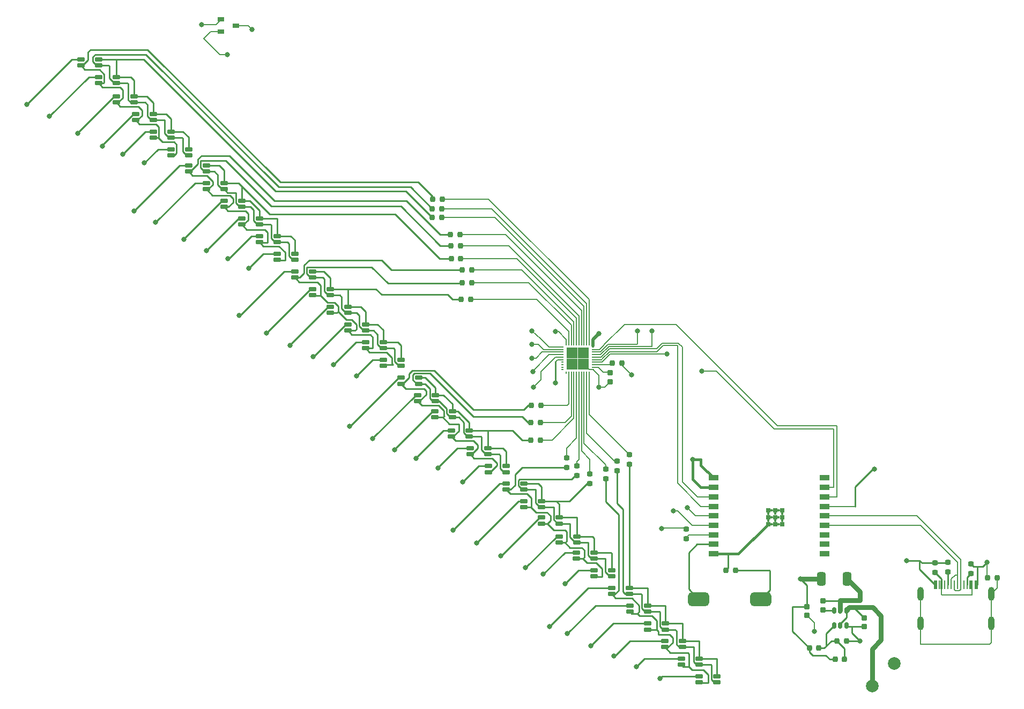
<source format=gbr>
%TF.GenerationSoftware,KiCad,Pcbnew,(7.0.0)*%
%TF.CreationDate,2023-03-09T23:01:47-06:00*%
%TF.ProjectId,LED Fan Blade,4c454420-4661-46e2-9042-6c6164652e6b,rev?*%
%TF.SameCoordinates,Original*%
%TF.FileFunction,Copper,L1,Top*%
%TF.FilePolarity,Positive*%
%FSLAX46Y46*%
G04 Gerber Fmt 4.6, Leading zero omitted, Abs format (unit mm)*
G04 Created by KiCad (PCBNEW (7.0.0)) date 2023-03-09 23:01:47*
%MOMM*%
%LPD*%
G01*
G04 APERTURE LIST*
G04 Aperture macros list*
%AMRoundRect*
0 Rectangle with rounded corners*
0 $1 Rounding radius*
0 $2 $3 $4 $5 $6 $7 $8 $9 X,Y pos of 4 corners*
0 Add a 4 corners polygon primitive as box body*
4,1,4,$2,$3,$4,$5,$6,$7,$8,$9,$2,$3,0*
0 Add four circle primitives for the rounded corners*
1,1,$1+$1,$2,$3*
1,1,$1+$1,$4,$5*
1,1,$1+$1,$6,$7*
1,1,$1+$1,$8,$9*
0 Add four rect primitives between the rounded corners*
20,1,$1+$1,$2,$3,$4,$5,0*
20,1,$1+$1,$4,$5,$6,$7,0*
20,1,$1+$1,$6,$7,$8,$9,0*
20,1,$1+$1,$8,$9,$2,$3,0*%
G04 Aperture macros list end*
%TA.AperFunction,SMDPad,CuDef*%
%ADD10RoundRect,0.175000X-0.425000X-0.175000X0.425000X-0.175000X0.425000X0.175000X-0.425000X0.175000X0*%
%TD*%
%TA.AperFunction,SMDPad,CuDef*%
%ADD11RoundRect,0.201500X-0.201500X-0.230500X0.201500X-0.230500X0.201500X0.230500X-0.201500X0.230500X0*%
%TD*%
%TA.AperFunction,SMDPad,CuDef*%
%ADD12RoundRect,0.201500X0.230500X-0.201500X0.230500X0.201500X-0.230500X0.201500X-0.230500X-0.201500X0*%
%TD*%
%TA.AperFunction,SMDPad,CuDef*%
%ADD13RoundRect,0.201500X0.201500X0.230500X-0.201500X0.230500X-0.201500X-0.230500X0.201500X-0.230500X0*%
%TD*%
%TA.AperFunction,SMDPad,CuDef*%
%ADD14RoundRect,0.350000X0.350000X0.710000X-0.350000X0.710000X-0.350000X-0.710000X0.350000X-0.710000X0*%
%TD*%
%TA.AperFunction,SMDPad,CuDef*%
%ADD15O,0.200000X0.350000*%
%TD*%
%TA.AperFunction,SMDPad,CuDef*%
%ADD16O,0.350000X0.200000*%
%TD*%
%TA.AperFunction,ComponentPad*%
%ADD17C,0.900000*%
%TD*%
%TA.AperFunction,SMDPad,CuDef*%
%ADD18R,1.800000X1.800000*%
%TD*%
%TA.AperFunction,SMDPad,CuDef*%
%ADD19RoundRect,0.201500X-0.230500X0.201500X-0.230500X-0.201500X0.230500X-0.201500X0.230500X0.201500X0*%
%TD*%
%TA.AperFunction,SMDPad,CuDef*%
%ADD20RoundRect,0.200000X-0.250000X0.200000X-0.250000X-0.200000X0.250000X-0.200000X0.250000X0.200000X0*%
%TD*%
%TA.AperFunction,ComponentPad*%
%ADD21C,2.000000*%
%TD*%
%TA.AperFunction,SMDPad,CuDef*%
%ADD22R,1.000000X0.800000*%
%TD*%
%TA.AperFunction,SMDPad,CuDef*%
%ADD23R,0.250000X1.450000*%
%TD*%
%TA.AperFunction,SMDPad,CuDef*%
%ADD24R,0.300000X1.450000*%
%TD*%
%TA.AperFunction,ComponentPad*%
%ADD25RoundRect,0.500000X0.000000X-0.600000X0.000000X-0.600000X0.000000X0.600000X0.000000X0.600000X0*%
%TD*%
%TA.AperFunction,SMDPad,CuDef*%
%ADD26R,1.500000X0.900000*%
%TD*%
%TA.AperFunction,SMDPad,CuDef*%
%ADD27R,0.700000X0.700000*%
%TD*%
%TA.AperFunction,ComponentPad*%
%ADD28C,0.400000*%
%TD*%
%TA.AperFunction,SMDPad,CuDef*%
%ADD29RoundRect,0.200000X0.250000X-0.200000X0.250000X0.200000X-0.250000X0.200000X-0.250000X-0.200000X0*%
%TD*%
%TA.AperFunction,SMDPad,CuDef*%
%ADD30RoundRect,0.200000X-0.200000X-0.250000X0.200000X-0.250000X0.200000X0.250000X-0.200000X0.250000X0*%
%TD*%
%TA.AperFunction,SMDPad,CuDef*%
%ADD31RoundRect,0.540000X-1.135000X-0.540000X1.135000X-0.540000X1.135000X0.540000X-1.135000X0.540000X0*%
%TD*%
%TA.AperFunction,SMDPad,CuDef*%
%ADD32RoundRect,0.150000X0.150000X-0.350000X0.150000X0.350000X-0.150000X0.350000X-0.150000X-0.350000X0*%
%TD*%
%TA.AperFunction,ViaPad*%
%ADD33C,0.800000*%
%TD*%
%TA.AperFunction,Conductor*%
%ADD34C,0.250000*%
%TD*%
%TA.AperFunction,Conductor*%
%ADD35C,0.150000*%
%TD*%
%TA.AperFunction,Conductor*%
%ADD36C,0.200000*%
%TD*%
%TA.AperFunction,Conductor*%
%ADD37C,0.400000*%
%TD*%
%TA.AperFunction,Conductor*%
%ADD38C,0.500000*%
%TD*%
%TA.AperFunction,Conductor*%
%ADD39C,0.750000*%
%TD*%
G04 APERTURE END LIST*
D10*
%TO.P,LED22,1,Polarity(+)*%
%TO.N,SW3<-->LED(18-23)*%
X94358000Y-89146000D03*
%TO.P,LED22,2,Green(-)*%
%TO.N,CS11*%
X97158000Y-89146000D03*
%TO.P,LED22,3,Blue(-)*%
%TO.N,CS10*%
X97158000Y-90146000D03*
%TO.P,LED22,4,Red(-)*%
%TO.N,CS9*%
X94358000Y-90146000D03*
%TD*%
%TO.P,LED6,1,Polarity(+)*%
%TO.N,SWO<-->LED(0-5)*%
X119628000Y-114046000D03*
%TO.P,LED6,2,Green(-)*%
%TO.N,CS17*%
X122428000Y-114046000D03*
%TO.P,LED6,3,Blue(-)*%
%TO.N,CS16*%
X122428000Y-115046000D03*
%TO.P,LED6,4,Red(-)*%
%TO.N,CS15*%
X119628000Y-115046000D03*
%TD*%
%TO.P,LED12,1,Polarity(+)*%
%TO.N,SW1<-->LED(6-11)*%
X122552000Y-116832000D03*
%TO.P,LED12,2,Green(-)*%
%TO.N,CS17*%
X125352000Y-116832000D03*
%TO.P,LED12,3,Blue(-)*%
%TO.N,CS16*%
X125352000Y-117832000D03*
%TO.P,LED12,4,Red(-)*%
%TO.N,CS15*%
X122552000Y-117832000D03*
%TD*%
D11*
%TO.P,BL:2,1*%
%TO.N,CS7*%
X96021000Y-65786000D03*
%TO.P,BL:2,2*%
%TO.N,Net-(LED-Driver1-CS7)*%
X97527000Y-65786000D03*
%TD*%
D10*
%TO.P,LED17,1,Polarity(+)*%
%TO.N,SW2<-->LED(12-17)*%
X108582000Y-102878000D03*
%TO.P,LED17,2,Green(-)*%
%TO.N,CS14*%
X111382000Y-102878000D03*
%TO.P,LED17,3,Blue(-)*%
%TO.N,CS13*%
X111382000Y-103878000D03*
%TO.P,LED17,4,Red(-)*%
%TO.N,CS12*%
X108582000Y-103878000D03*
%TD*%
%TO.P,LED1,1,Polarity(+)*%
%TO.N,SWO<-->LED(0-5)*%
X35808000Y-30480000D03*
%TO.P,LED1,2,Green(-)*%
%TO.N,CS2*%
X38608000Y-30480000D03*
%TO.P,LED1,3,Blue(-)*%
%TO.N,CS1*%
X38608000Y-31480000D03*
%TO.P,LED1,4,Red(-)*%
%TO.N,CS0*%
X35808000Y-31480000D03*
%TD*%
%TO.P,LED28,1,Polarity(+)*%
%TO.N,SW4<-->LED(24-29)*%
X97276000Y-91948000D03*
%TO.P,LED28,2,Green(-)*%
%TO.N,CS11*%
X100076000Y-91948000D03*
%TO.P,LED28,3,Blue(-)*%
%TO.N,CS10*%
X100076000Y-92948000D03*
%TO.P,LED28,4,Red(-)*%
%TO.N,CS9*%
X97276000Y-92948000D03*
%TD*%
D11*
%TO.P,GR:3,1*%
%TO.N,CS11*%
X106852000Y-90678000D03*
%TO.P,GR:3,2*%
%TO.N,Net-(LED-Driver1-CS11)*%
X108358000Y-90678000D03*
%TD*%
D12*
%TO.P,GR:4,1*%
%TO.N,CS14*%
X116205000Y-97527000D03*
%TO.P,GR:4,2*%
%TO.N,Net-(LED-Driver1-CS14)*%
X116205000Y-96021000D03*
%TD*%
D10*
%TO.P,LED5,1,Polarity(+)*%
%TO.N,SWO<-->LED(0-5)*%
X102994000Y-97528000D03*
%TO.P,LED5,2,Green(-)*%
%TO.N,CS14*%
X105794000Y-97528000D03*
%TO.P,LED5,3,Blue(-)*%
%TO.N,CS13*%
X105794000Y-98528000D03*
%TO.P,LED5,4,Red(-)*%
%TO.N,CS12*%
X102994000Y-98528000D03*
%TD*%
D11*
%TO.P,RD:2,1*%
%TO.N,CS6*%
X96021000Y-63754000D03*
%TO.P,RD:2,2*%
%TO.N,Net-(LED-Driver1-CS6)*%
X97527000Y-63754000D03*
%TD*%
D10*
%TO.P,LED19,1,Polarity(+)*%
%TO.N,SW3<-->LED(18-23)*%
X44444000Y-39116000D03*
%TO.P,LED19,2,Green(-)*%
%TO.N,CS2*%
X47244000Y-39116000D03*
%TO.P,LED19,3,Blue(-)*%
%TO.N,CS1*%
X47244000Y-40116000D03*
%TO.P,LED19,4,Red(-)*%
%TO.N,CS0*%
X44444000Y-40116000D03*
%TD*%
D13*
%TO.P,R6,1*%
%TO.N,+3.3V*%
X121276000Y-78486000D03*
%TO.P,R6,2*%
%TO.N,Net-(LED-Driver1-IFS)*%
X119770000Y-78486000D03*
%TD*%
D10*
%TO.P,LED16,1,Polarity(+)*%
%TO.N,SW2<-->LED(12-17)*%
X91688000Y-86106000D03*
%TO.P,LED16,2,Green(-)*%
%TO.N,CS11*%
X94488000Y-86106000D03*
%TO.P,LED16,3,Blue(-)*%
%TO.N,CS10*%
X94488000Y-87106000D03*
%TO.P,LED16,4,Red(-)*%
%TO.N,CS9*%
X91688000Y-87106000D03*
%TD*%
D14*
%TO.P,L1,1,1*%
%TO.N,Net-(VReg1-LX)*%
X156841000Y-112649000D03*
%TO.P,L1,2,2*%
%TO.N,+3.3V*%
X152785000Y-112649000D03*
%TD*%
D15*
%TO.P,LED-Driver1,1,CS0*%
%TO.N,Net-(LED-Driver1-CS0)*%
X116083999Y-75519999D03*
%TO.P,LED-Driver1,2,CS1*%
%TO.N,Net-(LED-Driver1-CS1)*%
X115683999Y-75519999D03*
%TO.P,LED-Driver1,3,CS2*%
%TO.N,Net-(LED-Driver1-CS2)*%
X115283999Y-75519999D03*
%TO.P,LED-Driver1,4,CS3*%
%TO.N,Net-(LED-Driver1-CS3)*%
X114883999Y-75519999D03*
%TO.P,LED-Driver1,5,CS4*%
%TO.N,Net-(LED-Driver1-CS4)*%
X114483999Y-75519999D03*
%TO.P,LED-Driver1,6,CS5*%
%TO.N,Net-(LED-Driver1-CS5)*%
X114083999Y-75519999D03*
%TO.P,LED-Driver1,7,CS6*%
%TO.N,Net-(LED-Driver1-CS6)*%
X113683999Y-75519999D03*
%TO.P,LED-Driver1,8,CS7*%
%TO.N,Net-(LED-Driver1-CS7)*%
X113283999Y-75519999D03*
%TO.P,LED-Driver1,9,CS8*%
%TO.N,Net-(LED-Driver1-CS8)*%
X112883999Y-75519999D03*
%TO.P,LED-Driver1,10,SW0*%
%TO.N,SWO<-->LED(0-5)*%
X112483999Y-75519999D03*
D16*
%TO.P,LED-Driver1,11,SW1*%
%TO.N,SW1<-->LED(6-11)*%
X111883999Y-75969999D03*
%TO.P,LED-Driver1,12,SW2*%
%TO.N,SW2<-->LED(12-17)*%
X111883999Y-76369999D03*
%TO.P,LED-Driver1,13,SW3*%
%TO.N,SW3<-->LED(18-23)*%
X111883999Y-76769999D03*
%TO.P,LED-Driver1,14,SW4*%
%TO.N,SW4<-->LED(24-29)*%
X111883999Y-77169999D03*
%TO.P,LED-Driver1,15,SW5*%
%TO.N,SW5<-->LED(30-35)*%
X111883999Y-77569999D03*
%TO.P,LED-Driver1,16,VLED*%
%TO.N,+3.3V*%
X111883999Y-77969999D03*
%TO.P,LED-Driver1,17,SW6*%
%TO.N,unconnected-(LED-Driver1-SW6-Pad17)*%
X111883999Y-78369999D03*
%TO.P,LED-Driver1,18,SW7*%
%TO.N,unconnected-(LED-Driver1-SW7-Pad18)*%
X111883999Y-78769999D03*
%TO.P,LED-Driver1,19,SW8*%
%TO.N,unconnected-(LED-Driver1-SW8-Pad19)*%
X111883999Y-79169999D03*
%TO.P,LED-Driver1,20,SW9*%
%TO.N,unconnected-(LED-Driver1-SW9-Pad20)*%
X111883999Y-79569999D03*
D15*
%TO.P,LED-Driver1,21,SW10*%
%TO.N,unconnected-(LED-Driver1-SW10-Pad21)*%
X112483999Y-80019999D03*
%TO.P,LED-Driver1,22,CS9*%
%TO.N,Net-(LED-Driver1-CS9)*%
X112883999Y-80019999D03*
%TO.P,LED-Driver1,23,CS10*%
%TO.N,Net-(LED-Driver1-CS10)*%
X113283999Y-80019999D03*
%TO.P,LED-Driver1,24,CS11*%
%TO.N,Net-(LED-Driver1-CS11)*%
X113683999Y-80019999D03*
%TO.P,LED-Driver1,25,CS12*%
%TO.N,Net-(LED-Driver1-CS12)*%
X114083999Y-80019999D03*
%TO.P,LED-Driver1,26,CS13*%
%TO.N,Net-(LED-Driver1-CS13)*%
X114483999Y-80019999D03*
%TO.P,LED-Driver1,27,CS14*%
%TO.N,Net-(LED-Driver1-CS14)*%
X114883999Y-80019999D03*
%TO.P,LED-Driver1,28,CS15*%
%TO.N,Net-(LED-Driver1-CS15)*%
X115283999Y-80019999D03*
%TO.P,LED-Driver1,29,CS16*%
%TO.N,Net-(LED-Driver1-CS16)*%
X115683999Y-80019999D03*
%TO.P,LED-Driver1,30,CS17*%
%TO.N,Net-(LED-Driver1-CS17)*%
X116083999Y-80019999D03*
D16*
%TO.P,LED-Driver1,31,AGND*%
%TO.N,GND*%
X116683999Y-79569999D03*
%TO.P,LED-Driver1,32,VCAP*%
%TO.N,Net-(LED-Driver1-VCAP)*%
X116683999Y-79169999D03*
%TO.P,LED-Driver1,33,IFS*%
%TO.N,Net-(LED-Driver1-IFS)*%
X116683999Y-78769999D03*
%TO.P,LED-Driver1,34,VSYNC*%
%TO.N,VSYNC*%
X116683999Y-78369999D03*
%TO.P,LED-Driver1,35,SCL_SCLK*%
%TO.N,SCLK*%
X116683999Y-77969999D03*
%TO.P,LED-Driver1,36,SDA_MOSI*%
%TO.N,MOSI*%
X116683999Y-77569999D03*
%TO.P,LED-Driver1,37,ADDR0_MISO*%
%TO.N,MISO*%
X116683999Y-77169999D03*
%TO.P,LED-Driver1,38,ADDR1_SS*%
%TO.N,SS*%
X116683999Y-76769999D03*
%TO.P,LED-Driver1,39,VIO_EN*%
%TO.N,VIO_EN*%
X116683999Y-76369999D03*
%TO.P,LED-Driver1,40,VCC*%
%TO.N,+3.3V*%
X116683999Y-75969999D03*
D17*
%TO.P,LED-Driver1,41,GND*%
%TO.N,GND*%
X115184000Y-76870000D03*
D18*
X115183999Y-76869999D03*
D17*
X113384000Y-76870000D03*
D18*
X113383999Y-76869999D03*
D17*
X115184000Y-78670000D03*
D18*
X115183999Y-78669999D03*
D17*
X113384000Y-78670000D03*
D18*
X113383999Y-78669999D03*
%TD*%
D11*
%TO.P,BL:3,1*%
%TO.N,CS10*%
X106877000Y-87884000D03*
%TO.P,BL:3,2*%
%TO.N,Net-(LED-Driver1-CS10)*%
X108383000Y-87884000D03*
%TD*%
D12*
%TO.P,BL:5,1*%
%TO.N,CS16*%
X120523000Y-95495000D03*
%TO.P,BL:5,2*%
%TO.N,Net-(LED-Driver1-CS16)*%
X120523000Y-93989000D03*
%TD*%
D19*
%TO.P,R3,1*%
%TO.N,GND*%
X172720000Y-109991000D03*
%TO.P,R3,2*%
%TO.N,Net-(USB-C1-CC1)*%
X172720000Y-111497000D03*
%TD*%
D20*
%TO.P,Cin1,1*%
%TO.N,+12V*%
X159512000Y-118807000D03*
%TO.P,Cin1,2*%
%TO.N,GND*%
X159512000Y-120207000D03*
%TD*%
D10*
%TO.P,LED21,1,Polarity(+)*%
%TO.N,SW3<-->LED(18-23)*%
X77972000Y-72390000D03*
%TO.P,LED21,2,Green(-)*%
%TO.N,CS8*%
X80772000Y-72390000D03*
%TO.P,LED21,3,Blue(-)*%
%TO.N,CS7*%
X80772000Y-73390000D03*
%TO.P,LED21,4,Red(-)*%
%TO.N,CS6*%
X77972000Y-73390000D03*
%TD*%
D12*
%TO.P,BL:4,1*%
%TO.N,CS13*%
X114173000Y-96257000D03*
%TO.P,BL:4,2*%
%TO.N,Net-(LED-Driver1-CS13)*%
X114173000Y-94751000D03*
%TD*%
D10*
%TO.P,LED13,1,Polarity(+)*%
%TO.N,SW2<-->LED(12-17)*%
X41396000Y-36322000D03*
%TO.P,LED13,2,Green(-)*%
%TO.N,CS2*%
X44196000Y-36322000D03*
%TO.P,LED13,3,Blue(-)*%
%TO.N,CS1*%
X44196000Y-37322000D03*
%TO.P,LED13,4,Red(-)*%
%TO.N,CS0*%
X41396000Y-37322000D03*
%TD*%
%TO.P,LED30,1,Polarity(+)*%
%TO.N,SW4<-->LED(24-29)*%
X130680000Y-125214000D03*
%TO.P,LED30,2,Green(-)*%
%TO.N,CS17*%
X133480000Y-125214000D03*
%TO.P,LED30,3,Blue(-)*%
%TO.N,CS16*%
X133480000Y-126214000D03*
%TO.P,LED30,4,Red(-)*%
%TO.N,CS15*%
X130680000Y-126214000D03*
%TD*%
D21*
%TO.P,Power_12V1,1,Pin_1*%
%TO.N,+12V*%
X160782000Y-129540000D03*
%TO.P,Power_12V1,2,Pin_2*%
%TO.N,GND*%
X164317534Y-126004466D03*
%TD*%
D10*
%TO.P,LED14,1,Polarity(+)*%
%TO.N,SW2<-->LED(12-17)*%
X58414000Y-52832000D03*
%TO.P,LED14,2,Green(-)*%
%TO.N,CS5*%
X61214000Y-52832000D03*
%TO.P,LED14,3,Blue(-)*%
%TO.N,CS4*%
X61214000Y-53832000D03*
%TO.P,LED14,4,Red(-)*%
%TO.N,CS3*%
X58414000Y-53832000D03*
%TD*%
%TO.P,LED35,1,Polarity(+)*%
%TO.N,SW5<-->LED(30-35)*%
X116834000Y-111252000D03*
%TO.P,LED35,2,Green(-)*%
%TO.N,CS14*%
X119634000Y-111252000D03*
%TO.P,LED35,3,Blue(-)*%
%TO.N,CS13*%
X119634000Y-112252000D03*
%TO.P,LED35,4,Red(-)*%
%TO.N,CS12*%
X116834000Y-112252000D03*
%TD*%
D11*
%TO.P,R2,1*%
%TO.N,GND*%
X137677000Y-111252000D03*
%TO.P,R2,2*%
%TO.N,Net-(Boot1-Pad2)*%
X139183000Y-111252000D03*
%TD*%
D10*
%TO.P,LED26,1,Polarity(+)*%
%TO.N,SW4<-->LED(24-29)*%
X64002000Y-58420000D03*
%TO.P,LED26,2,Green(-)*%
%TO.N,CS5*%
X66802000Y-58420000D03*
%TO.P,LED26,3,Blue(-)*%
%TO.N,CS4*%
X66802000Y-59420000D03*
%TO.P,LED26,4,Red(-)*%
%TO.N,CS3*%
X64002000Y-59420000D03*
%TD*%
D11*
%TO.P,R7,1*%
%TO.N,+3.3V*%
X150876000Y-123571000D03*
%TO.P,R7,2*%
%TO.N,Net-(VReg1-FB)*%
X152382000Y-123571000D03*
%TD*%
D10*
%TO.P,LED25,1,Polarity(+)*%
%TO.N,SW4<-->LED(24-29)*%
X47238000Y-41910000D03*
%TO.P,LED25,2,Green(-)*%
%TO.N,CS2*%
X50038000Y-41910000D03*
%TO.P,LED25,3,Blue(-)*%
%TO.N,CS1*%
X50038000Y-42910000D03*
%TO.P,LED25,4,Red(-)*%
%TO.N,CS0*%
X47238000Y-42910000D03*
%TD*%
%TO.P,LED11,1,Polarity(+)*%
%TO.N,SW1<-->LED(6-11)*%
X105788000Y-100322000D03*
%TO.P,LED11,2,Green(-)*%
%TO.N,CS14*%
X108588000Y-100322000D03*
%TO.P,LED11,3,Blue(-)*%
%TO.N,CS13*%
X108588000Y-101322000D03*
%TO.P,LED11,4,Red(-)*%
%TO.N,CS12*%
X105788000Y-101322000D03*
%TD*%
D11*
%TO.P,GR:2,1*%
%TO.N,CS8*%
X95894000Y-68453000D03*
%TO.P,GR:2,2*%
%TO.N,Net-(LED-Driver1-CS8)*%
X97400000Y-68453000D03*
%TD*%
D10*
%TO.P,LED2,1,Polarity(+)*%
%TO.N,SWO<-->LED(0-5)*%
X52826000Y-47244000D03*
%TO.P,LED2,2,Green(-)*%
%TO.N,CS5*%
X55626000Y-47244000D03*
%TO.P,LED2,3,Blue(-)*%
%TO.N,CS4*%
X55626000Y-48244000D03*
%TO.P,LED2,4,Red(-)*%
%TO.N,CS3*%
X52826000Y-48244000D03*
%TD*%
D11*
%TO.P,RD:3,1*%
%TO.N,CS9*%
X106943000Y-85217000D03*
%TO.P,RD:3,2*%
%TO.N,Net-(LED-Driver1-CS9)*%
X108449000Y-85217000D03*
%TD*%
D22*
%TO.P,HallSensor1,1,VCC*%
%TO.N,+3.3V*%
X57940499Y-24195999D03*
%TO.P,HallSensor1,2,GND*%
%TO.N,GND*%
X60340499Y-25145999D03*
%TO.P,HallSensor1,3,OUT*%
%TO.N,Hall Sense*%
X57940499Y-26095999D03*
%TD*%
D23*
%TO.P,USB-C1,A1,GND*%
%TO.N,GND*%
X170630999Y-113533999D03*
%TO.P,USB-C1,A4,VBUS*%
%TO.N,Net-(R9-Pad2)*%
X171430999Y-113533999D03*
%TO.P,USB-C1,A5,CC1*%
%TO.N,Net-(USB-C1-CC1)*%
X172755999Y-113533999D03*
%TO.P,USB-C1,A6,D+*%
%TO.N,D+*%
X173755999Y-113533999D03*
%TO.P,USB-C1,A7,D-*%
%TO.N,D-*%
X174255999Y-113533999D03*
%TO.P,USB-C1,A8,SBU1*%
%TO.N,unconnected-(USB-C1-SBU1-PadA8)*%
X175255999Y-113533999D03*
%TO.P,USB-C1,A9,VBUS*%
%TO.N,Net-(R9-Pad2)*%
X176580999Y-113533999D03*
%TO.P,USB-C1,A12,GND*%
%TO.N,GND*%
X177380999Y-113533999D03*
D24*
%TO.P,USB-C1,B1,GND*%
X177105999Y-113533999D03*
%TO.P,USB-C1,B4,VBUS*%
%TO.N,Net-(R9-Pad2)*%
X176305999Y-113533999D03*
D23*
%TO.P,USB-C1,B5,CC2*%
%TO.N,Net-(USB-C1-CC2)*%
X175755999Y-113533999D03*
%TO.P,USB-C1,B6,D+*%
%TO.N,D+*%
X174755999Y-113533999D03*
%TO.P,USB-C1,B7,D-*%
%TO.N,D-*%
X173255999Y-113533999D03*
%TO.P,USB-C1,B8,SBU2*%
%TO.N,unconnected-(USB-C1-SBU2-PadB8)*%
X172255999Y-113533999D03*
D24*
%TO.P,USB-C1,B9,VBUS*%
%TO.N,Net-(R9-Pad2)*%
X171705999Y-113533999D03*
%TO.P,USB-C1,B12,GND*%
%TO.N,GND*%
X170905999Y-113533999D03*
D25*
%TO.P,USB-C1,S1,SHIELD*%
%TO.N,Net-(USB-C1-SHIELD)*%
X168426000Y-114994000D03*
X168426000Y-119664000D03*
X179586000Y-114994000D03*
X179586000Y-119674000D03*
%TD*%
D10*
%TO.P,LED27,1,Polarity(+)*%
%TO.N,SW4<-->LED(24-29)*%
X80766000Y-75184000D03*
%TO.P,LED27,2,Green(-)*%
%TO.N,CS8*%
X83566000Y-75184000D03*
%TO.P,LED27,3,Blue(-)*%
%TO.N,CS7*%
X83566000Y-76184000D03*
%TO.P,LED27,4,Red(-)*%
%TO.N,CS6*%
X80766000Y-76184000D03*
%TD*%
D26*
%TO.P,ESP1,1,3V3*%
%TO.N,+3.3V*%
X135730499Y-96667999D03*
%TO.P,ESP1,2,EN*%
X135730499Y-98167999D03*
%TO.P,ESP1,3,IO4*%
%TO.N,MOSI*%
X135730499Y-99667999D03*
%TO.P,ESP1,4,IO5*%
%TO.N,SCLK*%
X135730499Y-101167999D03*
%TO.P,ESP1,5,IO6*%
%TO.N,MISO*%
X135730499Y-102667999D03*
%TO.P,ESP1,6,IO7*%
%TO.N,SS*%
X135730499Y-104167999D03*
%TO.P,ESP1,7,IO8*%
%TO.N,Net-(ESP1-IO8)*%
X135730499Y-105667999D03*
%TO.P,ESP1,8,IO9*%
%TO.N,Net-(ESP1-IO9)*%
X135730499Y-107167999D03*
%TO.P,ESP1,9,GND*%
%TO.N,GND*%
X135730499Y-108667999D03*
%TO.P,ESP1,10,IO10*%
%TO.N,unconnected-(ESP1-IO10-Pad10)*%
X153230499Y-108667999D03*
%TO.P,ESP1,11,RXD*%
%TO.N,unconnected-(ESP1-RXD-Pad11)*%
X153230499Y-107167999D03*
%TO.P,ESP1,12,TXD*%
%TO.N,unconnected-(ESP1-TXD-Pad12)*%
X153230499Y-105667999D03*
%TO.P,ESP1,13,IO18*%
%TO.N,D-*%
X153230499Y-104167999D03*
%TO.P,ESP1,14,IO19*%
%TO.N,D+*%
X153230499Y-102667999D03*
%TO.P,ESP1,15,IO3*%
%TO.N,Hall Sense*%
X153230499Y-101167999D03*
%TO.P,ESP1,16,IO2*%
%TO.N,VIO_EN*%
X153230499Y-99667999D03*
%TO.P,ESP1,17,IO1*%
%TO.N,VSYNC*%
X153230499Y-98167999D03*
%TO.P,ESP1,18,IO0*%
%TO.N,unconnected-(ESP1-IO0-Pad18)*%
X153230499Y-96667999D03*
D27*
%TO.P,ESP1,19,GND*%
%TO.N,GND*%
X144340499Y-101767999D03*
%TO.P,ESP1,20,GND*%
X145440499Y-101767999D03*
%TO.P,ESP1,21,GND*%
X146540499Y-101767999D03*
%TO.P,ESP1,22,GND*%
X144340499Y-102867999D03*
%TO.P,ESP1,23,GND*%
X145440499Y-102867999D03*
%TO.P,ESP1,24,GND*%
X146540499Y-102867999D03*
%TO.P,ESP1,25,GND*%
X144340499Y-103967999D03*
%TO.P,ESP1,26,GND*%
X145440499Y-103967999D03*
%TO.P,ESP1,27,GND*%
X146540499Y-103967999D03*
D28*
%TO.P,ESP1,28,GND*%
X144890500Y-101768000D03*
%TO.P,ESP1,29,GND*%
X145990500Y-101768000D03*
%TO.P,ESP1,30,GND*%
X144340500Y-102318000D03*
%TO.P,ESP1,31,GND*%
X145440500Y-102318000D03*
%TO.P,ESP1,32,GND*%
X146540500Y-102318000D03*
%TO.P,ESP1,33,GND*%
X144890500Y-102868000D03*
%TO.P,ESP1,34,GND*%
X145990500Y-102868000D03*
%TO.P,ESP1,35,GND*%
X144340500Y-103418000D03*
%TO.P,ESP1,36,GND*%
X145440500Y-103418000D03*
%TO.P,ESP1,37,GND*%
X146540500Y-103418000D03*
%TO.P,ESP1,38,GND*%
X144890500Y-103968000D03*
%TO.P,ESP1,39,GND*%
X145990500Y-103968000D03*
%TD*%
D11*
%TO.P,RD:0,1*%
%TO.N,CS0*%
X91358000Y-52578000D03*
%TO.P,RD:0,2*%
%TO.N,Net-(LED-Driver1-CS0)*%
X92864000Y-52578000D03*
%TD*%
D10*
%TO.P,LED23,1,Polarity(+)*%
%TO.N,SW3<-->LED(18-23)*%
X111376000Y-105910000D03*
%TO.P,LED23,2,Green(-)*%
%TO.N,CS14*%
X114176000Y-105910000D03*
%TO.P,LED23,3,Blue(-)*%
%TO.N,CS13*%
X114176000Y-106910000D03*
%TO.P,LED23,4,Red(-)*%
%TO.N,CS12*%
X111376000Y-106910000D03*
%TD*%
%TO.P,LED9,1,Polarity(+)*%
%TO.N,SW1<-->LED(6-11)*%
X72384000Y-66802000D03*
%TO.P,LED9,2,Green(-)*%
%TO.N,CS8*%
X75184000Y-66802000D03*
%TO.P,LED9,3,Blue(-)*%
%TO.N,CS7*%
X75184000Y-67802000D03*
%TO.P,LED9,4,Red(-)*%
%TO.N,CS6*%
X72384000Y-67802000D03*
%TD*%
D20*
%TO.P,Cout1,1*%
%TO.N,+3.3V*%
X150495000Y-117029000D03*
%TO.P,Cout1,2*%
%TO.N,GND*%
X150495000Y-118429000D03*
%TD*%
D10*
%TO.P,LED24,1,Polarity(+)*%
%TO.N,SW3<-->LED(18-23)*%
X128010000Y-122428000D03*
%TO.P,LED24,2,Green(-)*%
%TO.N,CS17*%
X130810000Y-122428000D03*
%TO.P,LED24,3,Blue(-)*%
%TO.N,CS16*%
X130810000Y-123428000D03*
%TO.P,LED24,4,Red(-)*%
%TO.N,CS15*%
X128010000Y-123428000D03*
%TD*%
%TO.P,LED15,1,Polarity(+)*%
%TO.N,SW2<-->LED(12-17)*%
X75178000Y-69596000D03*
%TO.P,LED15,2,Green(-)*%
%TO.N,CS8*%
X77978000Y-69596000D03*
%TO.P,LED15,3,Blue(-)*%
%TO.N,CS7*%
X77978000Y-70596000D03*
%TO.P,LED15,4,Red(-)*%
%TO.N,CS6*%
X75178000Y-70596000D03*
%TD*%
%TO.P,LED10,1,Polarity(+)*%
%TO.N,SW1<-->LED(6-11)*%
X89024000Y-83558000D03*
%TO.P,LED10,2,Green(-)*%
%TO.N,CS11*%
X91824000Y-83558000D03*
%TO.P,LED10,3,Blue(-)*%
%TO.N,CS10*%
X91824000Y-84558000D03*
%TO.P,LED10,4,Red(-)*%
%TO.N,CS9*%
X89024000Y-84558000D03*
%TD*%
D19*
%TO.P,R9,1*%
%TO.N,GND*%
X170688000Y-110118000D03*
%TO.P,R9,2*%
%TO.N,Net-(R9-Pad2)*%
X170688000Y-111624000D03*
%TD*%
D10*
%TO.P,LED18,1,Polarity(+)*%
%TO.N,SW2<-->LED(12-17)*%
X125346000Y-119642000D03*
%TO.P,LED18,2,Green(-)*%
%TO.N,CS17*%
X128146000Y-119642000D03*
%TO.P,LED18,3,Blue(-)*%
%TO.N,CS16*%
X128146000Y-120642000D03*
%TO.P,LED18,4,Red(-)*%
%TO.N,CS15*%
X125346000Y-120642000D03*
%TD*%
%TO.P,LED34,1,Polarity(+)*%
%TO.N,SW5<-->LED(30-35)*%
X100200000Y-94750000D03*
%TO.P,LED34,2,Green(-)*%
%TO.N,CS11*%
X103000000Y-94750000D03*
%TO.P,LED34,3,Blue(-)*%
%TO.N,CS10*%
X103000000Y-95750000D03*
%TO.P,LED34,4,Red(-)*%
%TO.N,CS9*%
X100200000Y-95750000D03*
%TD*%
D12*
%TO.P,RD:5,1*%
%TO.N,CS15*%
X118745000Y-96765000D03*
%TO.P,RD:5,2*%
%TO.N,Net-(LED-Driver1-CS15)*%
X118745000Y-95259000D03*
%TD*%
%TO.P,RD:4,1*%
%TO.N,CS12*%
X112522000Y-94987000D03*
%TO.P,RD:4,2*%
%TO.N,Net-(LED-Driver1-CS12)*%
X112522000Y-93481000D03*
%TD*%
D13*
%TO.P,R1,1*%
%TO.N,Net-(USB-C1-SHIELD)*%
X180511000Y-112472500D03*
%TO.P,R1,2*%
%TO.N,GND*%
X179005000Y-112472500D03*
%TD*%
D10*
%TO.P,LED31,1,Polarity(+)*%
%TO.N,SW5<-->LED(30-35)*%
X50032000Y-44704000D03*
%TO.P,LED31,2,Green(-)*%
%TO.N,CS2*%
X52832000Y-44704000D03*
%TO.P,LED31,3,Blue(-)*%
%TO.N,CS1*%
X52832000Y-45704000D03*
%TO.P,LED31,4,Red(-)*%
%TO.N,CS0*%
X50032000Y-45704000D03*
%TD*%
D11*
%TO.P,BL:0,1*%
%TO.N,CS1*%
X91322000Y-54102000D03*
%TO.P,BL:0,2*%
%TO.N,Net-(LED-Driver1-CS1)*%
X92828000Y-54102000D03*
%TD*%
D10*
%TO.P,LED20,1,Polarity(+)*%
%TO.N,SW3<-->LED(18-23)*%
X61208000Y-55626000D03*
%TO.P,LED20,2,Green(-)*%
%TO.N,CS5*%
X64008000Y-55626000D03*
%TO.P,LED20,3,Blue(-)*%
%TO.N,CS4*%
X64008000Y-56626000D03*
%TO.P,LED20,4,Red(-)*%
%TO.N,CS3*%
X61208000Y-56626000D03*
%TD*%
D29*
%TO.P,CB1,1*%
%TO.N,Net-(VReg1-BS)*%
X153035000Y-117540000D03*
%TO.P,CB1,2*%
%TO.N,Net-(VReg1-LX)*%
X153035000Y-116140000D03*
%TD*%
D10*
%TO.P,LED4,1,Polarity(+)*%
%TO.N,SWO<-->LED(0-5)*%
X86354000Y-80780000D03*
%TO.P,LED4,2,Green(-)*%
%TO.N,CS11*%
X89154000Y-80780000D03*
%TO.P,LED4,3,Blue(-)*%
%TO.N,CS10*%
X89154000Y-81780000D03*
%TO.P,LED4,4,Red(-)*%
%TO.N,CS9*%
X86354000Y-81780000D03*
%TD*%
%TO.P,LED8,1,Polarity(+)*%
%TO.N,SW1<-->LED(6-11)*%
X55620000Y-50038000D03*
%TO.P,LED8,2,Green(-)*%
%TO.N,CS5*%
X58420000Y-50038000D03*
%TO.P,LED8,3,Blue(-)*%
%TO.N,CS4*%
X58420000Y-51038000D03*
%TO.P,LED8,4,Red(-)*%
%TO.N,CS3*%
X55620000Y-51038000D03*
%TD*%
D11*
%TO.P,R8,1*%
%TO.N,Net-(VReg1-FB)*%
X155198000Y-122428000D03*
%TO.P,R8,2*%
%TO.N,GND*%
X156704000Y-122428000D03*
%TD*%
D30*
%TO.P,C4,1*%
%TO.N,+3.3V*%
X155002000Y-125349000D03*
%TO.P,C4,2*%
%TO.N,Net-(VReg1-FB)*%
X156402000Y-125349000D03*
%TD*%
D31*
%TO.P,Boot1,1,1*%
%TO.N,Net-(ESP1-IO9)*%
X133378000Y-115824000D03*
%TO.P,Boot1,2,2*%
%TO.N,Net-(Boot1-Pad2)*%
X143228000Y-115824000D03*
%TD*%
D10*
%TO.P,LED32,1,Polarity(+)*%
%TO.N,SW5<-->LED(30-35)*%
X66796000Y-61214000D03*
%TO.P,LED32,2,Green(-)*%
%TO.N,CS5*%
X69596000Y-61214000D03*
%TO.P,LED32,3,Blue(-)*%
%TO.N,CS4*%
X69596000Y-62214000D03*
%TO.P,LED32,4,Red(-)*%
%TO.N,CS3*%
X66796000Y-62214000D03*
%TD*%
D20*
%TO.P,VCAP1,1*%
%TO.N,Net-(LED-Driver1-VCAP)*%
X119380000Y-80072000D03*
%TO.P,VCAP1,2*%
%TO.N,GND*%
X119380000Y-81472000D03*
%TD*%
D10*
%TO.P,LED33,1,Polarity(+)*%
%TO.N,SW5<-->LED(30-35)*%
X83560000Y-77978000D03*
%TO.P,LED33,2,Green(-)*%
%TO.N,CS8*%
X86360000Y-77978000D03*
%TO.P,LED33,3,Blue(-)*%
%TO.N,CS7*%
X86360000Y-78978000D03*
%TO.P,LED33,4,Red(-)*%
%TO.N,CS6*%
X83560000Y-78978000D03*
%TD*%
%TO.P,LED3,1,Polarity(+)*%
%TO.N,SWO<-->LED(0-5)*%
X69590000Y-64008000D03*
%TO.P,LED3,2,Green(-)*%
%TO.N,CS8*%
X72390000Y-64008000D03*
%TO.P,LED3,3,Blue(-)*%
%TO.N,CS7*%
X72390000Y-65008000D03*
%TO.P,LED3,4,Red(-)*%
%TO.N,CS6*%
X69590000Y-65008000D03*
%TD*%
%TO.P,LED36,1,Polarity(+)*%
%TO.N,SW5<-->LED(30-35)*%
X133474000Y-128008000D03*
%TO.P,LED36,2,Green(-)*%
%TO.N,CS17*%
X136274000Y-128008000D03*
%TO.P,LED36,3,Blue(-)*%
%TO.N,CS16*%
X136274000Y-129008000D03*
%TO.P,LED36,4,Red(-)*%
%TO.N,CS15*%
X133474000Y-129008000D03*
%TD*%
D11*
%TO.P,GR:1,1*%
%TO.N,CS5*%
X94309000Y-61976000D03*
%TO.P,GR:1,2*%
%TO.N,Net-(LED-Driver1-CS5)*%
X95815000Y-61976000D03*
%TD*%
%TO.P,BL:1,1*%
%TO.N,CS4*%
X94243000Y-59944000D03*
%TO.P,BL:1,2*%
%TO.N,Net-(LED-Driver1-CS4)*%
X95749000Y-59944000D03*
%TD*%
D19*
%TO.P,R4,1*%
%TO.N,GND*%
X176403000Y-110245000D03*
%TO.P,R4,2*%
%TO.N,Net-(USB-C1-CC2)*%
X176403000Y-111751000D03*
%TD*%
D11*
%TO.P,GR:0,1*%
%TO.N,CS2*%
X91322000Y-55499000D03*
%TO.P,GR:0,2*%
%TO.N,Net-(LED-Driver1-CS2)*%
X92828000Y-55499000D03*
%TD*%
D10*
%TO.P,LED7,1,Polarity(+)*%
%TO.N,SW1<-->LED(6-11)*%
X38602000Y-33274000D03*
%TO.P,LED7,2,Green(-)*%
%TO.N,CS2*%
X41402000Y-33274000D03*
%TO.P,LED7,3,Blue(-)*%
%TO.N,CS1*%
X41402000Y-34274000D03*
%TO.P,LED7,4,Red(-)*%
%TO.N,CS0*%
X38602000Y-34274000D03*
%TD*%
D12*
%TO.P,R5,1*%
%TO.N,Net-(ESP1-IO8)*%
X131445000Y-106281000D03*
%TO.P,R5,2*%
%TO.N,+3.3V*%
X131445000Y-104775000D03*
%TD*%
%TO.P,GR:5,1*%
%TO.N,CS17*%
X122428000Y-94479000D03*
%TO.P,GR:5,2*%
%TO.N,Net-(LED-Driver1-CS17)*%
X122428000Y-92973000D03*
%TD*%
D10*
%TO.P,LED29,1,Polarity(+)*%
%TO.N,SW4<-->LED(24-29)*%
X114040000Y-108458000D03*
%TO.P,LED29,2,Green(-)*%
%TO.N,CS14*%
X116840000Y-108458000D03*
%TO.P,LED29,3,Blue(-)*%
%TO.N,CS13*%
X116840000Y-109458000D03*
%TO.P,LED29,4,Red(-)*%
%TO.N,CS12*%
X114040000Y-109458000D03*
%TD*%
D32*
%TO.P,VReg1,1,FB*%
%TO.N,Net-(VReg1-FB)*%
X154813000Y-120015000D03*
%TO.P,VReg1,2,EN*%
%TO.N,+12V*%
X155763000Y-120015000D03*
%TO.P,VReg1,3,GND*%
%TO.N,GND*%
X156713000Y-120015000D03*
%TO.P,VReg1,4,IN*%
%TO.N,+12V*%
X156713000Y-117615000D03*
%TO.P,VReg1,5,LX*%
%TO.N,Net-(VReg1-LX)*%
X155763000Y-117615000D03*
%TO.P,VReg1,6,BS*%
%TO.N,Net-(VReg1-BS)*%
X154813000Y-117615000D03*
%TD*%
D11*
%TO.P,RD:1,1*%
%TO.N,CS3*%
X94177000Y-58166000D03*
%TO.P,RD:1,2*%
%TO.N,Net-(LED-Driver1-CS3)*%
X95683000Y-58166000D03*
%TD*%
D33*
%TO.N,GND*%
X62865000Y-25781000D03*
X117602000Y-82296000D03*
X178943000Y-109982000D03*
X151638000Y-120904000D03*
X158877000Y-122428000D03*
X166243000Y-109728000D03*
%TO.N,+3.3V*%
X127508000Y-104648000D03*
X132461000Y-93726000D03*
X117665500Y-73850500D03*
X149479000Y-112649000D03*
X122809000Y-80391000D03*
X110744000Y-81661000D03*
X54864000Y-25019000D03*
%TO.N,MISO*%
X131572000Y-101346000D03*
X125984000Y-73406000D03*
%TO.N,SS*%
X129413000Y-101854000D03*
X123698000Y-73406000D03*
%TO.N,Hall Sense*%
X161163000Y-95250000D03*
X58928000Y-29718000D03*
%TO.N,VSYNC*%
X128389000Y-77097000D03*
X133858000Y-79756000D03*
%TO.N,SWO<-->LED(0-5)*%
X94615000Y-104902000D03*
X27305000Y-37592000D03*
X78232000Y-88519000D03*
X60833000Y-70993000D03*
X109855000Y-120142000D03*
X44196000Y-54483000D03*
X110744000Y-73533000D03*
%TO.N,SW1<-->LED(6-11)*%
X47625000Y-56261000D03*
X81915000Y-90424000D03*
X107061000Y-73406000D03*
X65151000Y-73787000D03*
X30861000Y-39497000D03*
X112649000Y-121285000D03*
X98298000Y-106934000D03*
%TO.N,SW2<-->LED(12-17)*%
X85344000Y-92202000D03*
X68834000Y-75692000D03*
X102108000Y-108966000D03*
X107061000Y-75565000D03*
X35306000Y-42164000D03*
X116332000Y-123190000D03*
X52070000Y-58928000D03*
%TO.N,SW3<-->LED(18-23)*%
X120015000Y-124841000D03*
X72517000Y-77470000D03*
X107061000Y-77724000D03*
X106045000Y-110871000D03*
X88773000Y-93599000D03*
X39243000Y-44196000D03*
X55626000Y-60706000D03*
%TO.N,SW4<-->LED(24-29)*%
X75692000Y-78740000D03*
X123571000Y-126492000D03*
X42418000Y-45466000D03*
X108839000Y-111887000D03*
X59055000Y-61976000D03*
X92202000Y-95123000D03*
X107188000Y-79883000D03*
%TO.N,SW5<-->LED(30-35)*%
X79375000Y-80518000D03*
X62357000Y-63500000D03*
X96139000Y-97282000D03*
X107315000Y-82296000D03*
X127254000Y-128397000D03*
X112268000Y-113411000D03*
X45847000Y-46863000D03*
%TD*%
D34*
%TO.N,CS1*%
X50038000Y-42910000D02*
X51800000Y-42910000D01*
X38608000Y-31480000D02*
X38329177Y-31480000D01*
X51927000Y-45077823D02*
X52553177Y-45704000D01*
X87893000Y-50673000D02*
X91322000Y-54102000D01*
X38329177Y-31480000D02*
X37703000Y-30853823D01*
X52553177Y-45704000D02*
X52832000Y-45704000D01*
X47244000Y-40116000D02*
X49006000Y-40116000D01*
X46965177Y-40116000D02*
X47244000Y-40116000D01*
X43164000Y-34274000D02*
X43291000Y-34401000D01*
X37703000Y-30106177D02*
X38091177Y-29718000D01*
X46317356Y-39468179D02*
X46965177Y-40116000D01*
X38091177Y-29718000D02*
X46101000Y-29718000D01*
X37703000Y-30853823D02*
X37703000Y-30106177D01*
X43291000Y-36941000D02*
X43672000Y-37322000D01*
X41402000Y-34274000D02*
X43164000Y-34274000D01*
X41123177Y-34274000D02*
X41402000Y-34274000D01*
X43291000Y-34401000D02*
X43291000Y-36941000D01*
X51800000Y-42910000D02*
X51927000Y-43037000D01*
X49006000Y-40116000D02*
X49022000Y-40132000D01*
X44196000Y-37322000D02*
X45958000Y-37322000D01*
X43672000Y-37322000D02*
X44196000Y-37322000D01*
X49022000Y-40132000D02*
X49022000Y-42172823D01*
X40243000Y-31480000D02*
X40335944Y-31572944D01*
X45958000Y-37322000D02*
X46317356Y-37681356D01*
X46317356Y-37681356D02*
X46317356Y-39468179D01*
X38608000Y-31480000D02*
X40243000Y-31480000D01*
X40335944Y-31572944D02*
X40335944Y-33486767D01*
X40335944Y-33486767D02*
X41123177Y-34274000D01*
X51927000Y-43037000D02*
X51927000Y-45077823D01*
X67056000Y-50673000D02*
X87893000Y-50673000D01*
X49022000Y-42172823D02*
X49759177Y-42910000D01*
X49759177Y-42910000D02*
X50038000Y-42910000D01*
X46101000Y-29718000D02*
X67056000Y-50673000D01*
D35*
%TO.N,Net-(LED-Driver1-CS1)*%
X115684000Y-69075000D02*
X115684000Y-75520000D01*
X100711000Y-54102000D02*
X115684000Y-69075000D01*
X92828000Y-54102000D02*
X100711000Y-54102000D01*
D34*
%TO.N,CS4*%
X61214000Y-53832000D02*
X62595000Y-53832000D01*
X65897000Y-56753000D02*
X65897000Y-58793823D01*
X66802000Y-59420000D02*
X68437000Y-59420000D01*
X54751244Y-46482000D02*
X58674000Y-46482000D01*
X54721000Y-47617823D02*
X54721000Y-46512244D01*
X86360000Y-53721000D02*
X92583000Y-59944000D01*
X58141177Y-51038000D02*
X58420000Y-51038000D01*
X58944000Y-51562000D02*
X60309000Y-51562000D01*
X69317177Y-62214000D02*
X69596000Y-62214000D01*
X68691000Y-59674000D02*
X68691000Y-61587823D01*
X57404000Y-48768000D02*
X57404000Y-50300823D01*
X55626000Y-48244000D02*
X56880000Y-48244000D01*
X58420000Y-51038000D02*
X58944000Y-51562000D01*
X68437000Y-59420000D02*
X68691000Y-59674000D01*
X68691000Y-61587823D02*
X69317177Y-62214000D01*
X64008000Y-56626000D02*
X65770000Y-56626000D01*
X66523177Y-59420000D02*
X66802000Y-59420000D01*
X63103000Y-54340000D02*
X63103000Y-55999823D01*
X54721000Y-46512244D02*
X54751244Y-46482000D01*
X55347177Y-48244000D02*
X54721000Y-47617823D01*
X63729177Y-56626000D02*
X64008000Y-56626000D01*
X55626000Y-48244000D02*
X55347177Y-48244000D01*
X56880000Y-48244000D02*
X57404000Y-48768000D01*
X65897000Y-58793823D02*
X66523177Y-59420000D01*
X60309000Y-53205823D02*
X60935177Y-53832000D01*
X65913000Y-53721000D02*
X86360000Y-53721000D01*
X60309000Y-51562000D02*
X60309000Y-53205823D01*
X60935177Y-53832000D02*
X61214000Y-53832000D01*
X57404000Y-50300823D02*
X58141177Y-51038000D01*
X92583000Y-59944000D02*
X94243000Y-59944000D01*
X63103000Y-55999823D02*
X63729177Y-56626000D01*
X62595000Y-53832000D02*
X63103000Y-54340000D01*
X58674000Y-46482000D02*
X65913000Y-53721000D01*
X65770000Y-56626000D02*
X65897000Y-56753000D01*
D35*
%TO.N,Net-(LED-Driver1-CS4)*%
X103378000Y-59944000D02*
X114484000Y-71050000D01*
X114484000Y-71050000D02*
X114484000Y-75520000D01*
X95749000Y-59944000D02*
X103378000Y-59944000D01*
D34*
%TO.N,CS7*%
X83566000Y-76184000D02*
X85201000Y-76184000D01*
X84328000Y-65913000D02*
X95894000Y-65913000D01*
X72111177Y-65008000D02*
X71485000Y-64381823D01*
X85344000Y-78240823D02*
X86081177Y-78978000D01*
X82661000Y-75557823D02*
X83287177Y-76184000D01*
X81768000Y-63353000D02*
X84328000Y-65913000D01*
X85344000Y-76327000D02*
X85344000Y-78240823D01*
X75184000Y-67802000D02*
X76692000Y-67802000D01*
X83287177Y-76184000D02*
X83566000Y-76184000D01*
X74257356Y-65240356D02*
X74257356Y-67154179D01*
X85201000Y-76184000D02*
X85344000Y-76327000D01*
X79359000Y-70596000D02*
X79756000Y-70993000D01*
X77978000Y-70596000D02*
X79359000Y-70596000D01*
X71485000Y-64381823D02*
X71485000Y-63389000D01*
X71521000Y-63353000D02*
X81768000Y-63353000D01*
X74257356Y-67154179D02*
X74905177Y-67802000D01*
X95894000Y-65913000D02*
X96021000Y-65786000D01*
X79756000Y-72652823D02*
X80493177Y-73390000D01*
X82661000Y-74025000D02*
X82661000Y-75557823D01*
X77699177Y-70596000D02*
X77978000Y-70596000D01*
X76692000Y-67802000D02*
X76962000Y-68072000D01*
X82026000Y-73390000D02*
X82661000Y-74025000D01*
X80772000Y-73390000D02*
X82026000Y-73390000D01*
X72390000Y-65008000D02*
X74025000Y-65008000D01*
X74905177Y-67802000D02*
X75184000Y-67802000D01*
X74025000Y-65008000D02*
X74257356Y-65240356D01*
X86081177Y-78978000D02*
X86360000Y-78978000D01*
X76962000Y-68072000D02*
X76962000Y-69858823D01*
X72390000Y-65008000D02*
X72111177Y-65008000D01*
X76962000Y-69858823D02*
X77699177Y-70596000D01*
X71485000Y-63389000D02*
X71521000Y-63353000D01*
X80493177Y-73390000D02*
X80772000Y-73390000D01*
X79756000Y-70993000D02*
X79756000Y-72652823D01*
D35*
%TO.N,Net-(LED-Driver1-CS7)*%
X97527000Y-65786000D02*
X106553000Y-65786000D01*
X106553000Y-65786000D02*
X113284000Y-72517000D01*
X113284000Y-72517000D02*
X113284000Y-75520000D01*
D34*
%TO.N,CS10*%
X92408823Y-84558000D02*
X93583000Y-85732177D01*
X97158000Y-90146000D02*
X99036000Y-90146000D01*
X102599177Y-95750000D02*
X103000000Y-95750000D01*
X93583000Y-85732177D02*
X93583000Y-86479823D01*
X91416000Y-84558000D02*
X91824000Y-84558000D01*
X99060000Y-90170000D02*
X99060000Y-92210823D01*
X90919000Y-82537000D02*
X90919000Y-84061000D01*
X96879177Y-90146000D02*
X97158000Y-90146000D01*
X88875177Y-81780000D02*
X88249000Y-81153823D01*
X99036000Y-90146000D02*
X99060000Y-90170000D01*
X89154000Y-81780000D02*
X88875177Y-81780000D01*
X95488000Y-87106000D02*
X96253000Y-87871000D01*
X99797177Y-92948000D02*
X100076000Y-92948000D01*
X94488000Y-87106000D02*
X95488000Y-87106000D01*
X106426000Y-87884000D02*
X106877000Y-87884000D01*
X93583000Y-86479823D02*
X94209177Y-87106000D01*
X90920000Y-80125000D02*
X97790000Y-86995000D01*
X91824000Y-84558000D02*
X92408823Y-84558000D01*
X99060000Y-92210823D02*
X99797177Y-92948000D01*
X88530177Y-80125000D02*
X90920000Y-80125000D01*
X94209177Y-87106000D02*
X94488000Y-87106000D01*
X102070356Y-95221179D02*
X102599177Y-95750000D01*
X96253000Y-87871000D02*
X96253000Y-89519823D01*
X96253000Y-89519823D02*
X96879177Y-90146000D01*
X90919000Y-84061000D02*
X91416000Y-84558000D01*
X97790000Y-86995000D02*
X105537000Y-86995000D01*
X88249000Y-81153823D02*
X88249000Y-80406177D01*
X105537000Y-86995000D02*
X106426000Y-87884000D01*
X101838000Y-92948000D02*
X102070356Y-93180356D01*
X88249000Y-80406177D02*
X88530177Y-80125000D01*
X100076000Y-92948000D02*
X101838000Y-92948000D01*
X90162000Y-81780000D02*
X90919000Y-82537000D01*
X89154000Y-81780000D02*
X90162000Y-81780000D01*
X102070356Y-93180356D02*
X102070356Y-95221179D01*
D35*
%TO.N,Net-(LED-Driver1-CS10)*%
X113284000Y-86868000D02*
X112268000Y-87884000D01*
X113284000Y-80020000D02*
X113284000Y-86868000D01*
X112268000Y-87884000D02*
X108383000Y-87884000D01*
D34*
%TO.N,CS13*%
X111103177Y-103878000D02*
X111382000Y-103878000D01*
X104889000Y-97041000D02*
X104889000Y-97901823D01*
X105515177Y-98528000D02*
X105794000Y-98528000D01*
X107600356Y-100613179D02*
X108309177Y-101322000D01*
X108309177Y-101322000D02*
X108588000Y-101322000D01*
X111382000Y-103878000D02*
X113030000Y-103878000D01*
X113897177Y-106910000D02*
X114176000Y-106910000D01*
X118618000Y-109474000D02*
X118618000Y-111514823D01*
X113928000Y-96257000D02*
X113312000Y-96873000D01*
X107600356Y-98528000D02*
X107600356Y-100613179D01*
X108588000Y-101322000D02*
X110477000Y-101322000D01*
X118618000Y-111514823D02*
X119355177Y-112252000D01*
X105794000Y-98528000D02*
X107600356Y-98528000D01*
X119355177Y-112252000D02*
X119634000Y-112252000D01*
X105057000Y-96873000D02*
X104889000Y-97041000D01*
X113030000Y-106042823D02*
X113897177Y-106910000D01*
X116840000Y-109458000D02*
X118602000Y-109458000D01*
X115935000Y-106918000D02*
X115935000Y-108947823D01*
X115927000Y-106910000D02*
X115935000Y-106918000D01*
X110477000Y-101322000D02*
X110477000Y-103251823D01*
X114173000Y-96257000D02*
X113928000Y-96257000D01*
X115935000Y-108947823D02*
X116445177Y-109458000D01*
X110477000Y-103251823D02*
X111103177Y-103878000D01*
X113312000Y-96873000D02*
X105057000Y-96873000D01*
X104889000Y-97901823D02*
X105515177Y-98528000D01*
X118602000Y-109458000D02*
X118618000Y-109474000D01*
X113030000Y-103878000D02*
X113030000Y-106042823D01*
X114176000Y-106910000D02*
X115927000Y-106910000D01*
X116445177Y-109458000D02*
X116840000Y-109458000D01*
D35*
%TO.N,Net-(LED-Driver1-CS13)*%
X114484000Y-93796000D02*
X114173000Y-94107000D01*
X114484000Y-80020000D02*
X114484000Y-93796000D01*
X114173000Y-94107000D02*
X114173000Y-94751000D01*
D34*
%TO.N,CS16*%
X124935177Y-117832000D02*
X125352000Y-117832000D01*
X127241000Y-117843000D02*
X127241000Y-120129000D01*
X127241000Y-120129000D02*
X127754000Y-120642000D01*
X135369000Y-128511000D02*
X135866000Y-129008000D01*
X130286000Y-123428000D02*
X130810000Y-123428000D01*
X129905000Y-123047000D02*
X130286000Y-123428000D01*
X132575000Y-123431000D02*
X132575000Y-125717000D01*
X133072000Y-126214000D02*
X133480000Y-126214000D01*
X125352000Y-117832000D02*
X127230000Y-117832000D01*
X132572000Y-123428000D02*
X132575000Y-123431000D01*
X121777000Y-115046000D02*
X122428000Y-115046000D01*
X127230000Y-117832000D02*
X127241000Y-117843000D01*
X129659000Y-120642000D02*
X129905000Y-120888000D01*
X121412000Y-101600000D02*
X121412000Y-114681000D01*
X124422356Y-117319179D02*
X124935177Y-117832000D01*
X122428000Y-115046000D02*
X124317000Y-115046000D01*
X129905000Y-120888000D02*
X129905000Y-123047000D01*
X128146000Y-120642000D02*
X129659000Y-120642000D01*
X132575000Y-125717000D02*
X133072000Y-126214000D01*
X127754000Y-120642000D02*
X128146000Y-120642000D01*
X120523000Y-95495000D02*
X120523000Y-100711000D01*
X135358000Y-126214000D02*
X135369000Y-126225000D01*
X120523000Y-100711000D02*
X121412000Y-101600000D01*
X135866000Y-129008000D02*
X136274000Y-129008000D01*
X124317000Y-115046000D02*
X124422356Y-115151356D01*
X130810000Y-123428000D02*
X132572000Y-123428000D01*
X133480000Y-126214000D02*
X135358000Y-126214000D01*
X124422356Y-115151356D02*
X124422356Y-117319179D01*
X121412000Y-114681000D02*
X121777000Y-115046000D01*
X135369000Y-126225000D02*
X135369000Y-128511000D01*
D35*
%TO.N,Net-(LED-Driver1-CS16)*%
X115684000Y-80020000D02*
X115684000Y-89583000D01*
X115684000Y-89583000D02*
X120090000Y-93989000D01*
X120090000Y-93989000D02*
X120523000Y-93989000D01*
%TO.N,Net-(LED-Driver1-VCAP)*%
X116684000Y-79170000D02*
X117524000Y-79170000D01*
X118298000Y-79944000D02*
X119380000Y-79944000D01*
X117524000Y-79170000D02*
X118298000Y-79944000D01*
%TO.N,GND*%
X144340500Y-101768000D02*
X144340500Y-102318000D01*
X145440500Y-102868000D02*
X144890500Y-102868000D01*
D34*
X177419000Y-110678000D02*
X177381000Y-110716000D01*
X137677000Y-111252000D02*
X138049000Y-110880000D01*
D36*
X117602000Y-82296000D02*
X117602000Y-80488000D01*
D34*
X158877000Y-122428000D02*
X157602000Y-121153000D01*
D35*
X144340500Y-102868000D02*
X144890500Y-102868000D01*
X178943000Y-112410500D02*
X179005000Y-112472500D01*
D36*
X116079000Y-79565000D02*
X115184000Y-78670000D01*
D35*
X144340500Y-102868000D02*
X144340500Y-102318000D01*
D34*
X158877000Y-122428000D02*
X156704000Y-122428000D01*
X168665000Y-110118000D02*
X168275000Y-109728000D01*
X138049000Y-110880000D02*
X138049000Y-108668000D01*
D35*
X145440500Y-102868000D02*
X145990500Y-102868000D01*
D34*
X178247000Y-110678000D02*
X177419000Y-110678000D01*
D35*
X145440500Y-103968000D02*
X145990500Y-103968000D01*
X145440500Y-101768000D02*
X145990500Y-101768000D01*
X146540500Y-102868000D02*
X146540500Y-102318000D01*
D36*
X117602000Y-80488000D02*
X116684000Y-79570000D01*
D35*
X146540500Y-103968000D02*
X145990500Y-103968000D01*
D36*
X116679000Y-79565000D02*
X116079000Y-79565000D01*
D35*
X145440500Y-103968000D02*
X144890500Y-103968000D01*
D34*
X159512000Y-120207000D02*
X159447000Y-120142000D01*
X156840000Y-120142000D02*
X156713000Y-120015000D01*
X168275000Y-111125000D02*
X168275000Y-109728000D01*
D35*
X144340500Y-101768000D02*
X144890500Y-101768000D01*
X146540500Y-101768000D02*
X145990500Y-101768000D01*
D34*
X170631000Y-113481000D02*
X168275000Y-111125000D01*
X170631000Y-113534000D02*
X170631000Y-113481000D01*
X168275000Y-109728000D02*
X166243000Y-109728000D01*
D35*
X146540500Y-103968000D02*
X146540500Y-103418000D01*
X145440500Y-101768000D02*
X144890500Y-101768000D01*
X144340500Y-102868000D02*
X144340500Y-103968000D01*
X178943000Y-109982000D02*
X178943000Y-112410500D01*
D34*
X178943000Y-109982000D02*
X178247000Y-110678000D01*
D35*
X145440500Y-103418000D02*
X145440500Y-102868000D01*
X151638000Y-119572000D02*
X150495000Y-118429000D01*
D36*
X116684000Y-79570000D02*
X116679000Y-79565000D01*
D34*
X170688000Y-110118000D02*
X168665000Y-110118000D01*
D35*
X62230000Y-25146000D02*
X62865000Y-25781000D01*
D34*
X157602000Y-121153000D02*
X157602000Y-120142000D01*
D37*
X138049000Y-108668000D02*
X139640500Y-108668000D01*
D35*
X118556000Y-82296000D02*
X119380000Y-81472000D01*
X145440500Y-101768000D02*
X145440500Y-102318000D01*
X60340500Y-25146000D02*
X62230000Y-25146000D01*
D34*
X157602000Y-120142000D02*
X156840000Y-120142000D01*
D35*
X117602000Y-82296000D02*
X118556000Y-82296000D01*
X146540500Y-101768000D02*
X146540500Y-102318000D01*
D37*
X139640500Y-108668000D02*
X144340500Y-103968000D01*
D34*
X172593000Y-110118000D02*
X172720000Y-109991000D01*
D37*
X135730500Y-108668000D02*
X138049000Y-108668000D01*
D35*
X145440500Y-103968000D02*
X145440500Y-103418000D01*
X151638000Y-120904000D02*
X151638000Y-119572000D01*
D34*
X170688000Y-110118000D02*
X172593000Y-110118000D01*
X177419000Y-110678000D02*
X176836000Y-110678000D01*
X176836000Y-110678000D02*
X176403000Y-110245000D01*
X159447000Y-120142000D02*
X157602000Y-120142000D01*
D35*
X144340500Y-103968000D02*
X144890500Y-103968000D01*
D34*
X177381000Y-110716000D02*
X177381000Y-113534000D01*
D37*
%TO.N,+3.3V*%
X135730500Y-98168000D02*
X133728000Y-98168000D01*
D34*
X151384000Y-124714000D02*
X150876000Y-124206000D01*
X150495000Y-117029000D02*
X150495000Y-113665000D01*
D35*
X122809000Y-80391000D02*
X121276000Y-78858000D01*
D38*
X116684000Y-74768500D02*
X116684000Y-75840000D01*
D34*
X153473000Y-124714000D02*
X151384000Y-124714000D01*
D35*
X57940500Y-24196000D02*
X57940500Y-24228500D01*
D39*
X149479000Y-112649000D02*
X152785000Y-112649000D01*
D35*
X132461000Y-97094000D02*
X133535000Y-98168000D01*
D34*
X155002000Y-125349000D02*
X154108000Y-125349000D01*
D36*
X111133000Y-77970000D02*
X110744000Y-78359000D01*
D37*
X133728000Y-98168000D02*
X132461000Y-96901000D01*
D34*
X150495000Y-117029000D02*
X148209000Y-117029000D01*
D38*
X117602000Y-73850500D02*
X116684000Y-74768500D01*
D36*
X111884000Y-77970000D02*
X111133000Y-77970000D01*
D34*
X148209000Y-120904000D02*
X150876000Y-123571000D01*
D37*
X132461000Y-93726000D02*
X133731000Y-93726000D01*
D35*
X133535000Y-98168000D02*
X135730500Y-98168000D01*
D37*
X133731000Y-94668500D02*
X133731000Y-93726000D01*
D34*
X150876000Y-124206000D02*
X150876000Y-123571000D01*
X148209000Y-117029000D02*
X148209000Y-120904000D01*
D35*
X57150000Y-25019000D02*
X54864000Y-25019000D01*
D38*
X117665500Y-73850500D02*
X117602000Y-73850500D01*
D37*
X132461000Y-96901000D02*
X132461000Y-93726000D01*
D34*
X110744000Y-81661000D02*
X110744000Y-78359000D01*
D35*
X127605000Y-104551000D02*
X131446500Y-104551000D01*
X127508000Y-104648000D02*
X127605000Y-104551000D01*
D34*
X154108000Y-125349000D02*
X153473000Y-124714000D01*
X150495000Y-113665000D02*
X149479000Y-112649000D01*
D35*
X57940500Y-24228500D02*
X57150000Y-25019000D01*
X121276000Y-78858000D02*
X121276000Y-78486000D01*
D37*
X135730500Y-96668000D02*
X133731000Y-94668500D01*
D35*
%TO.N,MOSI*%
X130810000Y-97282000D02*
X130810000Y-75987310D01*
X133196000Y-99668000D02*
X130810000Y-97282000D01*
X117988574Y-77570000D02*
X116684000Y-77570000D01*
X130810000Y-75987310D02*
X130184690Y-75362000D01*
X119358574Y-76200000D02*
X117988574Y-77570000D01*
X135730500Y-99668000D02*
X133196000Y-99668000D01*
X127625309Y-75362001D02*
X126787310Y-76200000D01*
X130184690Y-75362000D02*
X127625309Y-75362001D01*
X126787310Y-76200000D02*
X119358574Y-76200000D01*
%TO.N,SCLK*%
X118160264Y-77865000D02*
X118135574Y-77865000D01*
X130048000Y-75692000D02*
X127762000Y-75692000D01*
X133721310Y-101168000D02*
X130048000Y-97494690D01*
X126746000Y-76708000D02*
X119317264Y-76708000D01*
X118030574Y-77970000D02*
X116684000Y-77970000D01*
X127762000Y-75692000D02*
X126746000Y-76708000D01*
X130048000Y-97494690D02*
X130048000Y-75692000D01*
X118135574Y-77865000D02*
X118030574Y-77970000D01*
X119317264Y-76708000D02*
X118160264Y-77865000D01*
X135730500Y-101168000D02*
X133721310Y-101168000D01*
%TO.N,MISO*%
X132894000Y-102668000D02*
X131572000Y-101346000D01*
X119221884Y-75870000D02*
X117921884Y-77170000D01*
X125984000Y-73406000D02*
X125984000Y-75870000D01*
X135730500Y-102668000D02*
X132894000Y-102668000D01*
X117921884Y-77170000D02*
X116684000Y-77170000D01*
X125984000Y-75870000D02*
X119221884Y-75870000D01*
%TO.N,SS*%
X132362000Y-104168000D02*
X135730500Y-104168000D01*
X130048000Y-101854000D02*
X132362000Y-104168000D01*
X123596000Y-75540000D02*
X119085194Y-75540000D01*
X117855194Y-76770000D02*
X116684000Y-76770000D01*
X123698000Y-75438000D02*
X123596000Y-75540000D01*
X129413000Y-101854000D02*
X130048000Y-101854000D01*
X119085194Y-75540000D02*
X117855194Y-76770000D01*
X123698000Y-73406000D02*
X123698000Y-75438000D01*
%TO.N,Net-(ESP1-IO8)*%
X131446500Y-106057000D02*
X131835500Y-105668000D01*
X131835500Y-105668000D02*
X135730500Y-105668000D01*
D34*
%TO.N,Net-(ESP1-IO9)*%
X133116000Y-107168000D02*
X135730500Y-107168000D01*
X131826000Y-114272000D02*
X131826000Y-108458000D01*
X133378000Y-115824000D02*
X131826000Y-114272000D01*
X131826000Y-108458000D02*
X133116000Y-107168000D01*
D35*
%TO.N,D-*%
X154206000Y-104168000D02*
X153230500Y-104168000D01*
X174256000Y-112634000D02*
X174256000Y-109994000D01*
X174256000Y-113534000D02*
X174256000Y-112634000D01*
X173256000Y-112674000D02*
X173256000Y-113534000D01*
X154234000Y-104140000D02*
X154206000Y-104168000D01*
X174256000Y-109994000D02*
X168402000Y-104140000D01*
X174256000Y-112014000D02*
X173916000Y-112014000D01*
X173916000Y-112014000D02*
X173256000Y-112674000D01*
X168402000Y-104140000D02*
X154234000Y-104140000D01*
X174256000Y-112634000D02*
X174256000Y-112014000D01*
%TO.N,D+*%
X173756000Y-114320000D02*
X173756000Y-113534000D01*
X174756000Y-113534000D02*
X174756000Y-109605000D01*
X174756000Y-114304000D02*
X174526000Y-114534000D01*
X173970000Y-114534000D02*
X173756000Y-114320000D01*
X174756000Y-113534000D02*
X174756000Y-114304000D01*
X174756000Y-109605000D02*
X167819000Y-102668000D01*
X174526000Y-114534000D02*
X173970000Y-114534000D01*
X167819000Y-102668000D02*
X153230500Y-102668000D01*
%TO.N,Hall Sense*%
X57785000Y-29718000D02*
X58928000Y-29718000D01*
X153230500Y-101168000D02*
X158064000Y-101168000D01*
X55245000Y-27178000D02*
X57785000Y-29718000D01*
X57940500Y-26096000D02*
X56327000Y-26096000D01*
D34*
X160909000Y-95250000D02*
X161163000Y-95250000D01*
X158064000Y-101168000D02*
X158064000Y-98095000D01*
X158064000Y-98095000D02*
X160909000Y-95250000D01*
D35*
X56327000Y-26096000D02*
X55245000Y-27178000D01*
%TO.N,VIO_EN*%
X153230500Y-99668000D02*
X155194000Y-99668000D01*
X145796000Y-88392000D02*
X129794000Y-72390000D01*
X155194000Y-88392000D02*
X145796000Y-88392000D01*
X121652000Y-72390000D02*
X118364000Y-75678000D01*
X118364000Y-75678000D02*
X118364000Y-75692000D01*
X155194000Y-99668000D02*
X155194000Y-88392000D01*
X118364000Y-75692000D02*
X117686000Y-76370000D01*
X117686000Y-76370000D02*
X116684000Y-76370000D01*
X129794000Y-72390000D02*
X121652000Y-72390000D01*
%TO.N,VSYNC*%
X154686000Y-88900000D02*
X145288000Y-88900000D01*
X128389000Y-77097000D02*
X119394954Y-77097000D01*
X136144000Y-79756000D02*
X133858000Y-79756000D01*
X118296954Y-78195000D02*
X118272264Y-78195000D01*
X154686000Y-98168000D02*
X154686000Y-88900000D01*
X116842640Y-78350000D02*
X116822640Y-78370000D01*
X145288000Y-88900000D02*
X136144000Y-79756000D01*
X119394954Y-77097000D02*
X118296954Y-78195000D01*
X153230500Y-98168000D02*
X154686000Y-98168000D01*
X118272264Y-78195000D02*
X118117264Y-78350000D01*
X118117264Y-78350000D02*
X116842640Y-78350000D01*
X116822640Y-78370000D02*
X116684000Y-78370000D01*
D34*
%TO.N,CS2*%
X46228000Y-36322000D02*
X47244000Y-37338000D01*
X50038000Y-41910000D02*
X51943000Y-41910000D01*
X39624000Y-30480000D02*
X41402000Y-30480000D01*
X44196000Y-33782000D02*
X44196000Y-36322000D01*
X44196000Y-36322000D02*
X46228000Y-36322000D01*
X47244000Y-39116000D02*
X49276000Y-39116000D01*
X49276000Y-39116000D02*
X50038000Y-39878000D01*
X47244000Y-37338000D02*
X47244000Y-39116000D01*
X50038000Y-39878000D02*
X50038000Y-41910000D01*
X87131000Y-51308000D02*
X91322000Y-55499000D01*
X38608000Y-30480000D02*
X39624000Y-30480000D01*
X45720000Y-30480000D02*
X66548000Y-51308000D01*
X52832000Y-42799000D02*
X52832000Y-44704000D01*
X43688000Y-33274000D02*
X44196000Y-33782000D01*
X41402000Y-33274000D02*
X43688000Y-33274000D01*
X39624000Y-30480000D02*
X45720000Y-30480000D01*
X51943000Y-41910000D02*
X52832000Y-42799000D01*
X41402000Y-30480000D02*
X41402000Y-33274000D01*
X66548000Y-51308000D02*
X87131000Y-51308000D01*
D35*
%TO.N,Net-(LED-Driver1-CS2)*%
X92828000Y-55499000D02*
X101219000Y-55499000D01*
X101219000Y-55499000D02*
X115284000Y-69564000D01*
X115284000Y-69564000D02*
X115284000Y-75520000D01*
D34*
%TO.N,CS5*%
X66802000Y-58420000D02*
X68961000Y-58420000D01*
X58420000Y-50038000D02*
X60706000Y-50038000D01*
X61214000Y-50546000D02*
X61214000Y-52832000D01*
X61214000Y-52832000D02*
X62484000Y-52832000D01*
X55626000Y-47244000D02*
X57658000Y-47244000D01*
X57658000Y-47244000D02*
X58420000Y-48006000D01*
X65659000Y-54991000D02*
X85471000Y-54991000D01*
X85471000Y-54991000D02*
X92456000Y-61976000D01*
X69596000Y-59055000D02*
X69596000Y-61214000D01*
X92456000Y-61976000D02*
X94309000Y-61976000D01*
X58420000Y-48006000D02*
X58420000Y-50038000D01*
X60706000Y-50038000D02*
X65659000Y-54991000D01*
X62484000Y-52832000D02*
X64008000Y-54356000D01*
X64008000Y-54356000D02*
X64008000Y-55626000D01*
X66802000Y-55626000D02*
X66802000Y-58420000D01*
X68961000Y-58420000D02*
X69596000Y-59055000D01*
X60706000Y-50038000D02*
X61214000Y-50546000D01*
X64008000Y-55626000D02*
X66802000Y-55626000D01*
D35*
%TO.N,Net-(LED-Driver1-CS5)*%
X104648000Y-61976000D02*
X114084000Y-71412000D01*
X114084000Y-71412000D02*
X114084000Y-75520000D01*
X95815000Y-61976000D02*
X104648000Y-61976000D01*
D34*
%TO.N,CS8*%
X82423000Y-66802000D02*
X83312000Y-67691000D01*
X75184000Y-65024000D02*
X75184000Y-66802000D01*
X83566000Y-73279000D02*
X83566000Y-75184000D01*
X80772000Y-70358000D02*
X80772000Y-72390000D01*
X77978000Y-66802000D02*
X77978000Y-69596000D01*
X83312000Y-67691000D02*
X93726000Y-67691000D01*
X93726000Y-67691000D02*
X94488000Y-68453000D01*
X83566000Y-75184000D02*
X85852000Y-75184000D01*
X80772000Y-72390000D02*
X82677000Y-72390000D01*
X85852000Y-75184000D02*
X86360000Y-75692000D01*
X86360000Y-75692000D02*
X86360000Y-77978000D01*
X80010000Y-69596000D02*
X80772000Y-70358000D01*
X94488000Y-68453000D02*
X95894000Y-68453000D01*
X72390000Y-64008000D02*
X74168000Y-64008000D01*
X75184000Y-66802000D02*
X82423000Y-66802000D01*
X75184000Y-66802000D02*
X77978000Y-66802000D01*
X82677000Y-72390000D02*
X83566000Y-73279000D01*
X74168000Y-64008000D02*
X75184000Y-65024000D01*
X77978000Y-69596000D02*
X80010000Y-69596000D01*
D35*
%TO.N,Net-(LED-Driver1-CS8)*%
X112884000Y-73514000D02*
X107823000Y-68453000D01*
X112884000Y-75520000D02*
X112884000Y-73514000D01*
X107823000Y-68453000D02*
X97400000Y-68453000D01*
D34*
%TO.N,CS11*%
X89154000Y-80780000D02*
X90178000Y-80780000D01*
X91824000Y-82426000D02*
X91824000Y-83558000D01*
X104005000Y-89146000D02*
X105537000Y-90678000D01*
X100076000Y-89146000D02*
X100076000Y-91948000D01*
X93083000Y-83558000D02*
X94488000Y-84963000D01*
X100076000Y-91948000D02*
X102489000Y-91948000D01*
X103000000Y-92459000D02*
X103000000Y-94750000D01*
X102489000Y-91948000D02*
X103000000Y-92459000D01*
X90178000Y-80780000D02*
X91824000Y-82426000D01*
X97158000Y-89146000D02*
X100076000Y-89146000D01*
X95377000Y-86106000D02*
X97158000Y-87887000D01*
X91824000Y-83558000D02*
X93083000Y-83558000D01*
X97158000Y-89146000D02*
X104005000Y-89146000D01*
X94488000Y-84963000D02*
X94488000Y-86106000D01*
X94488000Y-86106000D02*
X95377000Y-86106000D01*
X105537000Y-90678000D02*
X106852000Y-90678000D01*
X97158000Y-87887000D02*
X97158000Y-89146000D01*
D35*
%TO.N,Net-(LED-Driver1-CS11)*%
X110277310Y-90678000D02*
X108358000Y-90678000D01*
X113684000Y-87271310D02*
X110277310Y-90678000D01*
X113684000Y-80020000D02*
X113684000Y-87271310D01*
D34*
%TO.N,CS14*%
X114176000Y-102878000D02*
X114176000Y-105910000D01*
X110990000Y-100322000D02*
X108588000Y-100322000D01*
X116840000Y-108458000D02*
X119507000Y-108458000D01*
X116578000Y-105910000D02*
X116840000Y-106172000D01*
X119634000Y-108585000D02*
X119634000Y-111252000D01*
X111382000Y-100841000D02*
X110990000Y-100449000D01*
X108069000Y-97528000D02*
X108588000Y-98047000D01*
X115772000Y-97527000D02*
X116205000Y-97527000D01*
X114176000Y-105910000D02*
X116578000Y-105910000D01*
X110990000Y-100322000D02*
X112977000Y-100322000D01*
X105794000Y-97528000D02*
X108069000Y-97528000D01*
X119507000Y-108458000D02*
X119634000Y-108585000D01*
X110990000Y-100449000D02*
X110990000Y-100322000D01*
X112977000Y-100322000D02*
X115772000Y-97527000D01*
X111382000Y-102878000D02*
X114176000Y-102878000D01*
X116840000Y-106172000D02*
X116840000Y-108458000D01*
X111382000Y-100841000D02*
X111382000Y-102878000D01*
X108588000Y-98047000D02*
X108588000Y-100322000D01*
D35*
%TO.N,Net-(LED-Driver1-CS14)*%
X116205000Y-93726000D02*
X116205000Y-96021000D01*
X114884000Y-92405000D02*
X116205000Y-93726000D01*
X114884000Y-80020000D02*
X114884000Y-92405000D01*
D34*
%TO.N,CS17*%
X130810000Y-119642000D02*
X130810000Y-122428000D01*
X136263000Y-125214000D02*
X136274000Y-125225000D01*
X122428000Y-114046000D02*
X122428000Y-94479000D01*
X128135000Y-116832000D02*
X128146000Y-116843000D01*
X133477000Y-122428000D02*
X133480000Y-122431000D01*
X133480000Y-125214000D02*
X136263000Y-125214000D01*
X136274000Y-125225000D02*
X136274000Y-128008000D01*
X125352000Y-116832000D02*
X128135000Y-116832000D01*
X133480000Y-122431000D02*
X133480000Y-125214000D01*
X125352000Y-114049000D02*
X125352000Y-116832000D01*
X128146000Y-116843000D02*
X128146000Y-119642000D01*
X130810000Y-122428000D02*
X133477000Y-122428000D01*
X125349000Y-114046000D02*
X125352000Y-114049000D01*
X128146000Y-119642000D02*
X130810000Y-119642000D01*
X122428000Y-114046000D02*
X125349000Y-114046000D01*
D35*
%TO.N,Net-(LED-Driver1-CS17)*%
X116084000Y-80020000D02*
X116084000Y-86629000D01*
X116084000Y-86629000D02*
X122428000Y-92973000D01*
%TO.N,Net-(LED-Driver1-CS0)*%
X116084000Y-68459000D02*
X116084000Y-75520000D01*
X100203000Y-52578000D02*
X116084000Y-68459000D01*
X92864000Y-52578000D02*
X100203000Y-52578000D01*
%TO.N,Net-(LED-Driver1-CS3)*%
X95683000Y-58166000D02*
X102870000Y-58166000D01*
X114884000Y-70180000D02*
X114884000Y-75520000D01*
X102870000Y-58166000D02*
X114884000Y-70180000D01*
%TO.N,Net-(LED-Driver1-CS6)*%
X105410000Y-63754000D02*
X113684000Y-72028000D01*
X97527000Y-63754000D02*
X105410000Y-63754000D01*
X113684000Y-72028000D02*
X113684000Y-75520000D01*
%TO.N,SWO<-->LED(0-5)*%
X112484000Y-75520000D02*
X112484000Y-74765000D01*
D34*
X86354000Y-80780000D02*
X86075177Y-80780000D01*
X35808000Y-30480000D02*
X34417000Y-30480000D01*
X69590000Y-64008000D02*
X67945000Y-64008000D01*
X34417000Y-30480000D02*
X27305000Y-37592000D01*
D35*
X110744000Y-73533000D02*
X111252000Y-73533000D01*
D34*
X101989000Y-97528000D02*
X94615000Y-104902000D01*
X52826000Y-47244000D02*
X51435000Y-47244000D01*
X86075177Y-80780000D02*
X78232000Y-88623177D01*
X119628000Y-114046000D02*
X115951000Y-114046000D01*
X115951000Y-114046000D02*
X109855000Y-120142000D01*
X60960000Y-70993000D02*
X60833000Y-70993000D01*
D35*
X111252000Y-73533000D02*
X112484000Y-74765000D01*
D34*
X67945000Y-64008000D02*
X60960000Y-70993000D01*
X51435000Y-47244000D02*
X44196000Y-54483000D01*
X102994000Y-97528000D02*
X101989000Y-97528000D01*
%TO.N,SW1<-->LED(6-11)*%
X38602000Y-33274000D02*
X37084000Y-33274000D01*
X37084000Y-33274000D02*
X30861000Y-39497000D01*
X55620000Y-50038000D02*
X53848000Y-50038000D01*
X104910000Y-100322000D02*
X98298000Y-106934000D01*
X117102000Y-116832000D02*
X112649000Y-121285000D01*
X88745177Y-83558000D02*
X81915000Y-90388177D01*
D35*
X109752000Y-75970000D02*
X108458000Y-74676000D01*
D34*
X122552000Y-116832000D02*
X117102000Y-116832000D01*
X89024000Y-83558000D02*
X88745177Y-83558000D01*
X53848000Y-50038000D02*
X47625000Y-56261000D01*
X105788000Y-100322000D02*
X104910000Y-100322000D01*
D35*
X111884000Y-75970000D02*
X109752000Y-75970000D01*
X108458000Y-74676000D02*
X107061000Y-73406000D01*
D34*
X72384000Y-66802000D02*
X72105177Y-66802000D01*
X81915000Y-90388177D02*
X81915000Y-90424000D01*
X72105177Y-66802000D02*
X65120177Y-73787000D01*
%TO.N,SW2<-->LED(12-17)*%
X102215177Y-108966000D02*
X102108000Y-108966000D01*
X58135177Y-52832000D02*
X52070000Y-58897177D01*
X74899177Y-69596000D02*
X68803177Y-75692000D01*
X41396000Y-36322000D02*
X41117177Y-36322000D01*
X41117177Y-36322000D02*
X35306000Y-42133177D01*
D35*
X108882000Y-76370000D02*
X111884000Y-76370000D01*
D34*
X52070000Y-58897177D02*
X52070000Y-58928000D01*
X108582000Y-102878000D02*
X108303177Y-102878000D01*
X58414000Y-52832000D02*
X58135177Y-52832000D01*
X91409177Y-86106000D02*
X85344000Y-92171177D01*
D35*
X108077000Y-75565000D02*
X108882000Y-76370000D01*
D34*
X91688000Y-86106000D02*
X91409177Y-86106000D01*
D35*
X41396000Y-36322000D02*
X41159604Y-36322000D01*
D34*
X75178000Y-69596000D02*
X74899177Y-69596000D01*
X125346000Y-119642000D02*
X119880000Y-119642000D01*
D35*
X107061000Y-75565000D02*
X108077000Y-75565000D01*
D34*
X119880000Y-119642000D02*
X116332000Y-123190000D01*
X108303177Y-102878000D02*
X102215177Y-108966000D01*
X35306000Y-42133177D02*
X35306000Y-42164000D01*
%TO.N,SW3<-->LED(18-23)*%
X72613177Y-77470000D02*
X72517000Y-77470000D01*
D35*
X108650000Y-76770000D02*
X111884000Y-76770000D01*
X107061000Y-77724000D02*
X107696000Y-77724000D01*
D34*
X39243000Y-44038177D02*
X39243000Y-44196000D01*
D35*
X44444000Y-39116000D02*
X44207604Y-39116000D01*
D34*
X111376000Y-105910000D02*
X111006000Y-105910000D01*
X88773000Y-93472000D02*
X88773000Y-93599000D01*
X122555000Y-122428000D02*
X120142000Y-124841000D01*
X44165177Y-39116000D02*
X39243000Y-44038177D01*
X94358000Y-89146000D02*
X93099000Y-89146000D01*
X61208000Y-55626000D02*
X60706000Y-55626000D01*
X120142000Y-124841000D02*
X120015000Y-124841000D01*
X77693177Y-72390000D02*
X72613177Y-77470000D01*
X128010000Y-122428000D02*
X122555000Y-122428000D01*
X93099000Y-89146000D02*
X88773000Y-93472000D01*
X60706000Y-55626000D02*
X55626000Y-60706000D01*
X44444000Y-39116000D02*
X44165177Y-39116000D01*
X111006000Y-105910000D02*
X106045000Y-110871000D01*
X77972000Y-72390000D02*
X77693177Y-72390000D01*
D35*
X107696000Y-77724000D02*
X108650000Y-76770000D01*
D34*
%TO.N,SW4<-->LED(24-29)*%
X92202000Y-94996000D02*
X92202000Y-95123000D01*
X97276000Y-91948000D02*
X95250000Y-91948000D01*
X64002000Y-58420000D02*
X62738000Y-58420000D01*
X47238000Y-41910000D02*
X45974000Y-41910000D01*
X114040000Y-108458000D02*
X112268000Y-108458000D01*
X124849000Y-125214000D02*
X123571000Y-126492000D01*
X130680000Y-125214000D02*
X124849000Y-125214000D01*
X59182000Y-61976000D02*
X59055000Y-61976000D01*
X79248000Y-75184000D02*
X75692000Y-78740000D01*
X45974000Y-41910000D02*
X42418000Y-45466000D01*
D35*
X107188000Y-79883000D02*
X107188000Y-79756000D01*
D34*
X112268000Y-108458000D02*
X108839000Y-111887000D01*
D35*
X107188000Y-79756000D02*
X109774000Y-77170000D01*
D34*
X95250000Y-91948000D02*
X92202000Y-94996000D01*
X80766000Y-75184000D02*
X79248000Y-75184000D01*
D35*
X111884000Y-77170000D02*
X109774000Y-77170000D01*
D34*
X62738000Y-58420000D02*
X59182000Y-61976000D01*
%TO.N,SW5<-->LED(30-35)*%
X116834000Y-111252000D02*
X114427000Y-111252000D01*
X127643000Y-128008000D02*
X127254000Y-128397000D01*
X48006000Y-44704000D02*
X45847000Y-46863000D01*
X98671000Y-94750000D02*
X96139000Y-97282000D01*
D35*
X108458000Y-81153000D02*
X108458000Y-79883000D01*
X107315000Y-82296000D02*
X108458000Y-81153000D01*
D34*
X64643000Y-61214000D02*
X62357000Y-63500000D01*
X50032000Y-44704000D02*
X48006000Y-44704000D01*
D35*
X108458000Y-79883000D02*
X110771000Y-77570000D01*
D34*
X83560000Y-77978000D02*
X81915000Y-77978000D01*
X66796000Y-61214000D02*
X64643000Y-61214000D01*
D35*
X110771000Y-77570000D02*
X111884000Y-77570000D01*
D34*
X114427000Y-111252000D02*
X112268000Y-113411000D01*
X100200000Y-94750000D02*
X98671000Y-94750000D01*
X133474000Y-128008000D02*
X127643000Y-128008000D01*
X81915000Y-77978000D02*
X79375000Y-80518000D01*
D35*
%TO.N,Net-(LED-Driver1-CS9)*%
X112884000Y-80020000D02*
X112884000Y-84982000D01*
X112884000Y-84982000D02*
X112649000Y-85217000D01*
X112649000Y-85217000D02*
X108449000Y-85217000D01*
%TO.N,Net-(LED-Driver1-CS12)*%
X114084000Y-90386000D02*
X112522000Y-91948000D01*
X114084000Y-80020000D02*
X114084000Y-90386000D01*
X112522000Y-91948000D02*
X112522000Y-93481000D01*
%TO.N,Net-(LED-Driver1-CS15)*%
X115284000Y-91179000D02*
X118745000Y-94640000D01*
X115284000Y-80020000D02*
X115284000Y-91179000D01*
X118745000Y-94640000D02*
X118745000Y-95259000D01*
%TO.N,Net-(LED-Driver1-IFS)*%
X119919000Y-78770000D02*
X116684000Y-78770000D01*
D34*
%TO.N,CS0*%
X39507000Y-32875056D02*
X39507000Y-34153000D01*
X44722823Y-40116000D02*
X44444000Y-40116000D01*
X50553711Y-43565000D02*
X50937000Y-43948289D01*
X50937000Y-43948289D02*
X50937000Y-45329000D01*
X48022000Y-42910000D02*
X48677000Y-43565000D01*
X36957000Y-30609823D02*
X36957000Y-29337000D01*
X46355000Y-28956000D02*
X67310000Y-49911000D01*
X41396000Y-37322000D02*
X42051000Y-37977000D01*
X42418000Y-35321177D02*
X42418000Y-36578823D01*
X38766944Y-32135000D02*
X39507000Y-32875056D01*
X67310000Y-49911000D02*
X89124000Y-49911000D01*
X42051000Y-37977000D02*
X44913599Y-37977000D01*
D35*
X41632396Y-37322000D02*
X41396000Y-37322000D01*
D34*
X36086823Y-31480000D02*
X36957000Y-30609823D01*
X39257000Y-34929000D02*
X42025823Y-34929000D01*
X42418000Y-36578823D02*
X41674823Y-37322000D01*
X45099000Y-40771000D02*
X47707000Y-40771000D01*
X38602000Y-34274000D02*
X39257000Y-34929000D01*
X45466000Y-39372823D02*
X44722823Y-40116000D01*
X91358000Y-52145000D02*
X91358000Y-52578000D01*
X36957000Y-29337000D02*
X37338000Y-28956000D01*
X48022000Y-42910000D02*
X47238000Y-42910000D01*
X37338000Y-28956000D02*
X46355000Y-28956000D01*
X44444000Y-40116000D02*
X45099000Y-40771000D01*
X42025823Y-34929000D02*
X42418000Y-35321177D01*
X44913599Y-37977000D02*
X45466000Y-38529401D01*
X39507000Y-34153000D02*
X39386000Y-34274000D01*
X39386000Y-34274000D02*
X38602000Y-34274000D01*
X45466000Y-38529401D02*
X45466000Y-39372823D01*
X47707000Y-40771000D02*
X48143000Y-41207000D01*
X35808000Y-31480000D02*
X36086823Y-31480000D01*
X50562000Y-45704000D02*
X50032000Y-45704000D01*
X41674823Y-37322000D02*
X41396000Y-37322000D01*
X48677000Y-43565000D02*
X50553711Y-43565000D01*
X48143000Y-42789000D02*
X48022000Y-42910000D01*
X48143000Y-41207000D02*
X48143000Y-42789000D01*
X35808000Y-31480000D02*
X36463000Y-32135000D01*
X36463000Y-32135000D02*
X38766944Y-32135000D01*
X50937000Y-45329000D02*
X50562000Y-45704000D01*
X89124000Y-49911000D02*
X91358000Y-52145000D01*
%TO.N,CS3*%
X53481000Y-48899000D02*
X55759823Y-48899000D01*
X55759823Y-48899000D02*
X56642000Y-49781177D01*
X65278000Y-59436000D02*
X64018000Y-59436000D01*
X68072000Y-61025000D02*
X68072000Y-62230000D01*
X61986000Y-57404000D02*
X64848599Y-57404000D01*
X53104823Y-48244000D02*
X54291000Y-47057823D01*
X68072000Y-62230000D02*
X66812000Y-62230000D01*
X66812000Y-62230000D02*
X66796000Y-62214000D01*
X92583000Y-58166000D02*
X94177000Y-58166000D01*
X64848599Y-57404000D02*
X65278000Y-57833401D01*
X61486823Y-56626000D02*
X61208000Y-56626000D01*
X59358000Y-51992000D02*
X59879000Y-52513000D01*
X87249000Y-52832000D02*
X92583000Y-58166000D01*
X56642000Y-49781177D02*
X56642000Y-50294823D01*
X56642000Y-50294823D02*
X55898823Y-51038000D01*
X67122000Y-60075000D02*
X68072000Y-61025000D01*
X65278000Y-57833401D02*
X65278000Y-59436000D01*
X53356000Y-48244000D02*
X52826000Y-48244000D01*
X54291000Y-47057823D02*
X54291000Y-46293000D01*
X54864000Y-45720000D02*
X59309000Y-45720000D01*
X62230000Y-54879177D02*
X62230000Y-55882823D01*
X58414000Y-53832000D02*
X59069000Y-54487000D01*
X64018000Y-59436000D02*
X64002000Y-59420000D01*
X64002000Y-59420000D02*
X64657000Y-60075000D01*
X55898823Y-51038000D02*
X55620000Y-51038000D01*
X66421000Y-52832000D02*
X87249000Y-52832000D01*
X62230000Y-55882823D02*
X61486823Y-56626000D01*
X54291000Y-46293000D02*
X54864000Y-45720000D01*
X55620000Y-51038000D02*
X56574000Y-51992000D01*
X52826000Y-48244000D02*
X53481000Y-48899000D01*
X56574000Y-51992000D02*
X59358000Y-51992000D01*
X61837823Y-54487000D02*
X62230000Y-54879177D01*
X52826000Y-48244000D02*
X53104823Y-48244000D01*
X59879000Y-53086000D02*
X59133000Y-53832000D01*
X59309000Y-45720000D02*
X66421000Y-52832000D01*
X59879000Y-52513000D02*
X59879000Y-53086000D01*
X59069000Y-54487000D02*
X61837823Y-54487000D01*
X59133000Y-53832000D02*
X58414000Y-53832000D01*
X61208000Y-56626000D02*
X61986000Y-57404000D01*
X64657000Y-60075000D02*
X67122000Y-60075000D01*
%TO.N,CS6*%
X73660000Y-67818000D02*
X74783000Y-68941000D01*
X79326000Y-72390000D02*
X79326000Y-73201000D01*
X75877000Y-68941000D02*
X76454000Y-69518000D01*
X76216000Y-70596000D02*
X75178000Y-70596000D01*
X80766000Y-76184000D02*
X81421000Y-76839000D01*
X73660000Y-66215401D02*
X73660000Y-67818000D01*
X81931000Y-76184000D02*
X80766000Y-76184000D01*
X84914000Y-77648112D02*
X84914000Y-78564000D01*
X71055000Y-63057000D02*
X71882000Y-62230000D01*
X85090000Y-78740000D02*
X83798000Y-78740000D01*
X81538000Y-74045000D02*
X81915000Y-74422000D01*
X79137000Y-73390000D02*
X77972000Y-73390000D01*
X69590000Y-65008000D02*
X70328701Y-65746701D01*
X81915000Y-74422000D02*
X81915000Y-76168000D01*
X73191300Y-65746701D02*
X73660000Y-66215401D01*
X70328701Y-65746701D02*
X73191300Y-65746701D01*
X74783000Y-68941000D02*
X75877000Y-68941000D01*
X77972000Y-73390000D02*
X78627000Y-74045000D01*
X81915000Y-76168000D02*
X81931000Y-76184000D01*
X77724000Y-71628000D02*
X78564000Y-71628000D01*
X71882000Y-62230000D02*
X83312000Y-62230000D01*
X84836000Y-63754000D02*
X96021000Y-63754000D01*
X76454000Y-70358000D02*
X76216000Y-70596000D01*
X78564000Y-71628000D02*
X79326000Y-72390000D01*
X72400000Y-67818000D02*
X72384000Y-67802000D01*
X76454000Y-70358000D02*
X77724000Y-71628000D01*
X70374000Y-65008000D02*
X71055000Y-64327000D01*
X73660000Y-67818000D02*
X72400000Y-67818000D01*
X83312000Y-62230000D02*
X84836000Y-63754000D01*
X78627000Y-74045000D02*
X81538000Y-74045000D01*
X84104888Y-76839000D02*
X84914000Y-77648112D01*
X83798000Y-78740000D02*
X83560000Y-78978000D01*
X81421000Y-76839000D02*
X84104888Y-76839000D01*
X76454000Y-69518000D02*
X76454000Y-70358000D01*
X79326000Y-73201000D02*
X79137000Y-73390000D01*
X84914000Y-78564000D02*
X85090000Y-78740000D01*
X69590000Y-65008000D02*
X70374000Y-65008000D01*
X71055000Y-64327000D02*
X71055000Y-63057000D01*
%TO.N,CS9*%
X93153000Y-86803000D02*
X93218000Y-86868000D01*
X89986599Y-82550000D02*
X90332300Y-82895701D01*
D35*
X94594396Y-90146000D02*
X94358000Y-90146000D01*
D34*
X86632823Y-81780000D02*
X87630000Y-80782823D01*
X92964000Y-87106000D02*
X93996000Y-88138000D01*
X87124000Y-82550000D02*
X89986599Y-82550000D01*
X90332300Y-83528523D02*
X89302823Y-84558000D01*
X97931000Y-93603000D02*
X100793599Y-93603000D01*
X106426000Y-85217000D02*
X106943000Y-85217000D01*
X93153000Y-86041000D02*
X93153000Y-86803000D01*
X92980000Y-87106000D02*
X92964000Y-87106000D01*
X94358000Y-90146000D02*
X95013000Y-90801000D01*
X97276000Y-92948000D02*
X97931000Y-93603000D01*
X89679000Y-85213000D02*
X92325000Y-85213000D01*
X97790000Y-85852000D02*
X105791000Y-85852000D01*
X100793599Y-93603000D02*
X101512300Y-94321701D01*
X87630000Y-80782823D02*
X87630000Y-80198000D01*
X95504000Y-88138000D02*
X95504000Y-89278823D01*
X94636823Y-90146000D02*
X94358000Y-90146000D01*
X93218000Y-86868000D02*
X92980000Y-87106000D01*
X97812888Y-90801000D02*
X98501944Y-91490056D01*
X89302823Y-84558000D02*
X89024000Y-84558000D01*
X98501944Y-92000879D02*
X97554823Y-92948000D01*
X86354000Y-81780000D02*
X87124000Y-82550000D01*
X87630000Y-80198000D02*
X88133000Y-79695000D01*
X95013000Y-90801000D02*
X97812888Y-90801000D01*
X97554823Y-92948000D02*
X97276000Y-92948000D01*
X89024000Y-84558000D02*
X89679000Y-85213000D01*
X95504000Y-89278823D02*
X94636823Y-90146000D01*
X86354000Y-81780000D02*
X86632823Y-81780000D01*
X101512300Y-94716523D02*
X100478823Y-95750000D01*
X93996000Y-88138000D02*
X95504000Y-88138000D01*
X98501944Y-91490056D02*
X98501944Y-92000879D01*
X88133000Y-79695000D02*
X91633000Y-79695000D01*
X105791000Y-85852000D02*
X106426000Y-85217000D01*
X92964000Y-87106000D02*
X91688000Y-87106000D01*
X91633000Y-79695000D02*
X97790000Y-85852000D01*
X92325000Y-85213000D02*
X93153000Y-86041000D01*
X100478823Y-95750000D02*
X100200000Y-95750000D01*
X90332300Y-82895701D02*
X90332300Y-83528523D01*
X101512300Y-94321701D02*
X101512300Y-94716523D01*
%TO.N,CS12*%
X109982000Y-103378000D02*
X109482000Y-103878000D01*
X112292000Y-106910000D02*
X113078000Y-107696000D01*
X106934000Y-99822000D02*
X106934000Y-101346000D01*
X107696000Y-102108000D02*
X109436599Y-102108000D01*
X109982000Y-102653401D02*
X109982000Y-103378000D01*
X116850000Y-112268000D02*
X116834000Y-112252000D01*
X112522000Y-105156000D02*
X112522000Y-106680000D01*
X112292000Y-106910000D02*
X111376000Y-106910000D01*
X112513000Y-94996000D02*
X112522000Y-94987000D01*
X104394000Y-97790000D02*
X104394000Y-96139000D01*
X117225000Y-110113000D02*
X118110000Y-110998000D01*
X106934000Y-101346000D02*
X106910000Y-101322000D01*
X112522000Y-106680000D02*
X112292000Y-106910000D01*
X110506000Y-104902000D02*
X112268000Y-104902000D01*
X113078000Y-107696000D02*
X114938711Y-107696000D01*
X104394000Y-96139000D02*
X105537000Y-94996000D01*
X106295000Y-99183000D02*
X106934000Y-99822000D01*
X115733000Y-110113000D02*
X117225000Y-110113000D01*
X109482000Y-103878000D02*
X108582000Y-103878000D01*
X112268000Y-104902000D02*
X112522000Y-105156000D01*
X118110000Y-112268000D02*
X116850000Y-112268000D01*
X114938711Y-107696000D02*
X115316000Y-108073289D01*
X115078000Y-109458000D02*
X115733000Y-110113000D01*
X106910000Y-101322000D02*
X105788000Y-101322000D01*
X106934000Y-101346000D02*
X107696000Y-102108000D01*
X102994000Y-98528000D02*
X103649000Y-99183000D01*
X115078000Y-109458000D02*
X114040000Y-109458000D01*
X115316000Y-108073289D02*
X115316000Y-109220000D01*
X115316000Y-109220000D02*
X115078000Y-109458000D01*
X109482000Y-103878000D02*
X110506000Y-104902000D01*
X103656000Y-98528000D02*
X104394000Y-97790000D01*
X103649000Y-99183000D02*
X106295000Y-99183000D01*
X118110000Y-110998000D02*
X118110000Y-112268000D01*
X102994000Y-98528000D02*
X103656000Y-98528000D01*
X105537000Y-94996000D02*
X112513000Y-94996000D01*
X109436599Y-102108000D02*
X109982000Y-102653401D01*
%TO.N,CS15*%
X125354000Y-120650000D02*
X125346000Y-120642000D01*
X123698000Y-118110000D02*
X122830000Y-118110000D01*
X131826000Y-126492000D02*
X130958000Y-126492000D01*
X128010000Y-123428000D02*
X128915000Y-124333000D01*
X134939000Y-127827000D02*
X134939000Y-128967000D01*
X127000000Y-121412000D02*
X128778000Y-121412000D01*
X129286000Y-122682000D02*
X128540000Y-123428000D01*
X122830000Y-118110000D02*
X122552000Y-117832000D01*
X119628000Y-115046000D02*
X120283000Y-115701000D01*
X120283000Y-115701000D02*
X122853356Y-115701000D01*
X128540000Y-123428000D02*
X128010000Y-123428000D01*
X132334000Y-127000000D02*
X134112000Y-127000000D01*
X130958000Y-126492000D02*
X130680000Y-126214000D01*
X131826000Y-124460000D02*
X131826000Y-126492000D01*
X127000000Y-120904000D02*
X127000000Y-121412000D01*
X125975823Y-118487000D02*
X126746000Y-119257177D01*
X120728000Y-102440000D02*
X118745000Y-100457000D01*
X119628000Y-115046000D02*
X120158000Y-115046000D01*
X124075000Y-118487000D02*
X125975823Y-118487000D01*
X134112000Y-127000000D02*
X134939000Y-127827000D01*
X120158000Y-115046000D02*
X120728000Y-114476000D01*
X126746000Y-120650000D02*
X127000000Y-120904000D01*
X134874000Y-129032000D02*
X133498000Y-129032000D01*
X134939000Y-128967000D02*
X134874000Y-129032000D01*
X123698000Y-118110000D02*
X124075000Y-118487000D01*
X123992356Y-117815644D02*
X123698000Y-118110000D01*
X133498000Y-129032000D02*
X133474000Y-129008000D01*
X131826000Y-126492000D02*
X132334000Y-127000000D01*
X123992356Y-116840000D02*
X123992356Y-117815644D01*
X118745000Y-100457000D02*
X118745000Y-96765000D01*
X126746000Y-120650000D02*
X125354000Y-120650000D01*
X126746000Y-119257177D02*
X126746000Y-120650000D01*
X131699000Y-124333000D02*
X131826000Y-124460000D01*
X129286000Y-121920000D02*
X129286000Y-122682000D01*
X128915000Y-124333000D02*
X131699000Y-124333000D01*
X120728000Y-114476000D02*
X120728000Y-102440000D01*
X122853356Y-115701000D02*
X123992356Y-116840000D01*
X128778000Y-121412000D02*
X129286000Y-121920000D01*
D35*
%TO.N,Net-(USB-C1-SHIELD)*%
X180511000Y-114069000D02*
X179586000Y-114994000D01*
X179574000Y-122678000D02*
X179574000Y-119686000D01*
X179574000Y-119686000D02*
X179586000Y-119674000D01*
X180511000Y-112472500D02*
X180511000Y-114069000D01*
X168398000Y-122932000D02*
X179320000Y-122932000D01*
X179320000Y-122932000D02*
X179574000Y-122678000D01*
X168426000Y-122904000D02*
X168398000Y-122932000D01*
X179586000Y-114994000D02*
X179586000Y-119674000D01*
X168426000Y-114994000D02*
X168426000Y-119664000D01*
X168426000Y-119664000D02*
X168426000Y-122904000D01*
D34*
%TO.N,Net-(USB-C1-CC1)*%
X172756000Y-111969000D02*
X172756000Y-113534000D01*
%TO.N,Net-(USB-C1-CC2)*%
X175756000Y-112398000D02*
X175756000Y-113534000D01*
X176403000Y-111751000D02*
X175756000Y-112398000D01*
D36*
%TO.N,Net-(R9-Pad2)*%
X171706000Y-115064000D02*
X171831000Y-115189000D01*
X171831000Y-115189000D02*
X176530000Y-115189000D01*
X176306000Y-113534000D02*
X176581000Y-113534000D01*
X176581000Y-115138000D02*
X176581000Y-113534000D01*
D34*
X171706000Y-112642000D02*
X171706000Y-113534000D01*
X170688000Y-111624000D02*
X171706000Y-112642000D01*
D36*
X176530000Y-115189000D02*
X176581000Y-115138000D01*
X171706000Y-113534000D02*
X171706000Y-115064000D01*
D39*
%TO.N,+12V*%
X160852000Y-117164000D02*
X157164000Y-117164000D01*
D34*
X157869000Y-117164000D02*
X157164000Y-117164000D01*
D39*
X156713000Y-117615000D02*
X157164000Y-117164000D01*
X160782000Y-129540000D02*
X160782000Y-123698000D01*
X162179000Y-122301000D02*
X162179000Y-118491000D01*
D34*
X155763000Y-120015000D02*
X155763000Y-119708467D01*
D39*
X160782000Y-123698000D02*
X162179000Y-122301000D01*
D34*
X155763000Y-119708467D02*
X156713000Y-118758467D01*
X156713000Y-118758467D02*
X156713000Y-117615000D01*
D39*
X162179000Y-118491000D02*
X160852000Y-117164000D01*
D34*
X159512000Y-118807000D02*
X157869000Y-117164000D01*
%TO.N,Net-(Boot1-Pad2)*%
X144653000Y-111379000D02*
X144653000Y-114399000D01*
X144526000Y-111252000D02*
X144653000Y-111379000D01*
X139183000Y-111252000D02*
X144526000Y-111252000D01*
X144653000Y-114399000D02*
X143228000Y-115824000D01*
%TO.N,Net-(VReg1-FB)*%
X153543000Y-123251000D02*
X153543000Y-121285000D01*
X153223000Y-123571000D02*
X154366000Y-122428000D01*
X153543000Y-121285000D02*
X154813000Y-120015000D01*
X156402000Y-125349000D02*
X156402000Y-123632000D01*
X154366000Y-122428000D02*
X153543000Y-123251000D01*
X152382000Y-123571000D02*
X153223000Y-123571000D01*
X156402000Y-123632000D02*
X155198000Y-122428000D01*
X155198000Y-122428000D02*
X154366000Y-122428000D01*
%TO.N,Net-(VReg1-LX)*%
X155640000Y-116140000D02*
X155763000Y-116017000D01*
D39*
X155763000Y-117615000D02*
X155763000Y-116017000D01*
D34*
X153035000Y-116140000D02*
X155640000Y-116140000D01*
D39*
X158877000Y-114685000D02*
X156841000Y-112649000D01*
X155763000Y-116017000D02*
X158877000Y-116017000D01*
X158877000Y-116017000D02*
X158877000Y-114685000D01*
D34*
%TO.N,Net-(VReg1-BS)*%
X153110000Y-117615000D02*
X154813000Y-117615000D01*
X153035000Y-117540000D02*
X153110000Y-117615000D01*
%TD*%
M02*

</source>
